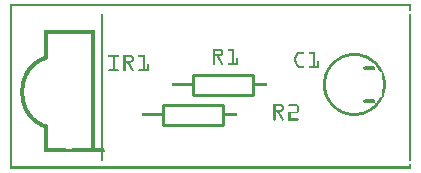
<source format=gto>
G04 MADE WITH FRITZING*
G04 WWW.FRITZING.ORG*
G04 DOUBLE SIDED*
G04 HOLES PLATED*
G04 CONTOUR ON CENTER OF CONTOUR VECTOR*
%ASAXBY*%
%FSLAX23Y23*%
%MOIN*%
%OFA0B0*%
%SFA1.0B1.0*%
%ADD10C,0.010000*%
%ADD11R,0.001000X0.001000*%
%LNSILK1*%
G90*
G70*
G54D10*
X608Y314D02*
X808Y314D01*
D02*
X808Y314D02*
X808Y248D01*
D02*
X808Y248D02*
X608Y248D01*
D02*
X608Y248D02*
X608Y314D01*
D02*
X508Y214D02*
X708Y214D01*
D02*
X708Y214D02*
X708Y148D01*
D02*
X708Y148D02*
X508Y148D01*
D02*
X508Y148D02*
X508Y214D01*
G54D11*
X0Y551D02*
X1337Y551D01*
X0Y550D02*
X1337Y550D01*
X0Y549D02*
X1337Y549D01*
X0Y548D02*
X1337Y548D01*
X0Y547D02*
X1337Y547D01*
X0Y546D02*
X1337Y546D01*
X0Y545D02*
X1337Y545D01*
X0Y544D02*
X1337Y544D01*
X0Y543D02*
X7Y543D01*
X1330Y543D02*
X1337Y543D01*
X0Y542D02*
X7Y542D01*
X1330Y542D02*
X1337Y542D01*
X0Y541D02*
X7Y541D01*
X1330Y541D02*
X1337Y541D01*
X0Y540D02*
X7Y540D01*
X1330Y540D02*
X1337Y540D01*
X0Y539D02*
X7Y539D01*
X1330Y539D02*
X1337Y539D01*
X0Y538D02*
X7Y538D01*
X1330Y538D02*
X1337Y538D01*
X0Y537D02*
X7Y537D01*
X1330Y537D02*
X1337Y537D01*
X0Y536D02*
X7Y536D01*
X1330Y536D02*
X1337Y536D01*
X0Y535D02*
X7Y535D01*
X1330Y535D02*
X1337Y535D01*
X0Y534D02*
X7Y534D01*
X1330Y534D02*
X1337Y534D01*
X0Y533D02*
X7Y533D01*
X1330Y533D02*
X1337Y533D01*
X0Y532D02*
X7Y532D01*
X1330Y532D02*
X1337Y532D01*
X0Y531D02*
X7Y531D01*
X1330Y531D02*
X1337Y531D01*
X0Y530D02*
X7Y530D01*
X1330Y530D02*
X1337Y530D01*
X0Y529D02*
X7Y529D01*
X1330Y529D02*
X1337Y529D01*
X0Y528D02*
X7Y528D01*
X1330Y528D02*
X1337Y528D01*
X0Y527D02*
X7Y527D01*
X1330Y527D02*
X1337Y527D01*
X0Y526D02*
X7Y526D01*
X1330Y526D02*
X1337Y526D01*
X0Y525D02*
X7Y525D01*
X0Y524D02*
X7Y524D01*
X0Y523D02*
X7Y523D01*
X0Y522D02*
X7Y522D01*
X0Y521D02*
X7Y521D01*
X0Y520D02*
X7Y520D01*
X0Y519D02*
X7Y519D01*
X0Y518D02*
X7Y518D01*
X0Y517D02*
X7Y517D01*
X302Y517D02*
X309Y517D01*
X1330Y517D02*
X1337Y517D01*
X0Y516D02*
X7Y516D01*
X302Y516D02*
X309Y516D01*
X1330Y516D02*
X1337Y516D01*
X0Y515D02*
X7Y515D01*
X302Y515D02*
X309Y515D01*
X1330Y515D02*
X1337Y515D01*
X0Y514D02*
X7Y514D01*
X302Y514D02*
X309Y514D01*
X1330Y514D02*
X1337Y514D01*
X0Y513D02*
X7Y513D01*
X302Y513D02*
X309Y513D01*
X1330Y513D02*
X1337Y513D01*
X0Y512D02*
X7Y512D01*
X302Y512D02*
X309Y512D01*
X1330Y512D02*
X1337Y512D01*
X0Y511D02*
X7Y511D01*
X302Y511D02*
X309Y511D01*
X1330Y511D02*
X1337Y511D01*
X0Y510D02*
X7Y510D01*
X302Y510D02*
X309Y510D01*
X1330Y510D02*
X1337Y510D01*
X0Y509D02*
X7Y509D01*
X302Y509D02*
X309Y509D01*
X1330Y509D02*
X1337Y509D01*
X0Y508D02*
X7Y508D01*
X302Y508D02*
X309Y508D01*
X1330Y508D02*
X1337Y508D01*
X0Y507D02*
X7Y507D01*
X302Y507D02*
X309Y507D01*
X1330Y507D02*
X1337Y507D01*
X0Y506D02*
X7Y506D01*
X302Y506D02*
X309Y506D01*
X1330Y506D02*
X1337Y506D01*
X0Y505D02*
X7Y505D01*
X302Y505D02*
X309Y505D01*
X1330Y505D02*
X1337Y505D01*
X0Y504D02*
X7Y504D01*
X302Y504D02*
X309Y504D01*
X1330Y504D02*
X1337Y504D01*
X0Y503D02*
X7Y503D01*
X302Y503D02*
X309Y503D01*
X1330Y503D02*
X1337Y503D01*
X0Y502D02*
X7Y502D01*
X302Y502D02*
X309Y502D01*
X1330Y502D02*
X1337Y502D01*
X0Y501D02*
X7Y501D01*
X302Y501D02*
X309Y501D01*
X1330Y501D02*
X1337Y501D01*
X0Y500D02*
X7Y500D01*
X302Y500D02*
X309Y500D01*
X1330Y500D02*
X1337Y500D01*
X0Y499D02*
X7Y499D01*
X302Y499D02*
X309Y499D01*
X1330Y499D02*
X1337Y499D01*
X0Y498D02*
X7Y498D01*
X302Y498D02*
X309Y498D01*
X1330Y498D02*
X1337Y498D01*
X0Y497D02*
X7Y497D01*
X302Y497D02*
X309Y497D01*
X1330Y497D02*
X1337Y497D01*
X0Y496D02*
X7Y496D01*
X302Y496D02*
X309Y496D01*
X1330Y496D02*
X1337Y496D01*
X0Y495D02*
X7Y495D01*
X302Y495D02*
X309Y495D01*
X1330Y495D02*
X1337Y495D01*
X0Y494D02*
X7Y494D01*
X302Y494D02*
X309Y494D01*
X1330Y494D02*
X1337Y494D01*
X0Y493D02*
X7Y493D01*
X302Y493D02*
X309Y493D01*
X1330Y493D02*
X1337Y493D01*
X0Y492D02*
X7Y492D01*
X302Y492D02*
X309Y492D01*
X1330Y492D02*
X1337Y492D01*
X0Y491D02*
X7Y491D01*
X302Y491D02*
X309Y491D01*
X1330Y491D02*
X1337Y491D01*
X0Y490D02*
X7Y490D01*
X302Y490D02*
X309Y490D01*
X1330Y490D02*
X1337Y490D01*
X0Y489D02*
X7Y489D01*
X302Y489D02*
X309Y489D01*
X1330Y489D02*
X1337Y489D01*
X0Y488D02*
X7Y488D01*
X302Y488D02*
X309Y488D01*
X1330Y488D02*
X1337Y488D01*
X0Y487D02*
X7Y487D01*
X302Y487D02*
X309Y487D01*
X1330Y487D02*
X1337Y487D01*
X0Y486D02*
X7Y486D01*
X302Y486D02*
X309Y486D01*
X1330Y486D02*
X1337Y486D01*
X0Y485D02*
X7Y485D01*
X302Y485D02*
X309Y485D01*
X1330Y485D02*
X1337Y485D01*
X0Y484D02*
X7Y484D01*
X302Y484D02*
X309Y484D01*
X1330Y484D02*
X1337Y484D01*
X0Y483D02*
X7Y483D01*
X302Y483D02*
X309Y483D01*
X1330Y483D02*
X1337Y483D01*
X0Y482D02*
X7Y482D01*
X302Y482D02*
X309Y482D01*
X1330Y482D02*
X1337Y482D01*
X0Y481D02*
X7Y481D01*
X302Y481D02*
X309Y481D01*
X1330Y481D02*
X1337Y481D01*
X0Y480D02*
X7Y480D01*
X302Y480D02*
X309Y480D01*
X1330Y480D02*
X1337Y480D01*
X0Y479D02*
X7Y479D01*
X302Y479D02*
X309Y479D01*
X1330Y479D02*
X1337Y479D01*
X0Y478D02*
X7Y478D01*
X302Y478D02*
X309Y478D01*
X1330Y478D02*
X1337Y478D01*
X0Y477D02*
X7Y477D01*
X302Y477D02*
X309Y477D01*
X1330Y477D02*
X1337Y477D01*
X0Y476D02*
X7Y476D01*
X302Y476D02*
X309Y476D01*
X1330Y476D02*
X1337Y476D01*
X0Y475D02*
X7Y475D01*
X302Y475D02*
X309Y475D01*
X1330Y475D02*
X1337Y475D01*
X0Y474D02*
X7Y474D01*
X302Y474D02*
X309Y474D01*
X1330Y474D02*
X1337Y474D01*
X0Y473D02*
X7Y473D01*
X302Y473D02*
X309Y473D01*
X1330Y473D02*
X1337Y473D01*
X0Y472D02*
X7Y472D01*
X302Y472D02*
X309Y472D01*
X1330Y472D02*
X1337Y472D01*
X0Y471D02*
X7Y471D01*
X302Y471D02*
X309Y471D01*
X1330Y471D02*
X1337Y471D01*
X0Y470D02*
X7Y470D01*
X302Y470D02*
X309Y470D01*
X1330Y470D02*
X1337Y470D01*
X0Y469D02*
X7Y469D01*
X302Y469D02*
X309Y469D01*
X1330Y469D02*
X1337Y469D01*
X0Y468D02*
X7Y468D01*
X302Y468D02*
X309Y468D01*
X1330Y468D02*
X1337Y468D01*
X0Y467D02*
X7Y467D01*
X302Y467D02*
X309Y467D01*
X1330Y467D02*
X1337Y467D01*
X0Y466D02*
X7Y466D01*
X302Y466D02*
X309Y466D01*
X1330Y466D02*
X1337Y466D01*
X0Y465D02*
X7Y465D01*
X302Y465D02*
X309Y465D01*
X1330Y465D02*
X1337Y465D01*
X0Y464D02*
X7Y464D01*
X302Y464D02*
X309Y464D01*
X1330Y464D02*
X1337Y464D01*
X0Y463D02*
X7Y463D01*
X112Y463D02*
X283Y463D01*
X302Y463D02*
X309Y463D01*
X1330Y463D02*
X1337Y463D01*
X0Y462D02*
X7Y462D01*
X112Y462D02*
X283Y462D01*
X302Y462D02*
X309Y462D01*
X1330Y462D02*
X1337Y462D01*
X0Y461D02*
X7Y461D01*
X112Y461D02*
X283Y461D01*
X302Y461D02*
X309Y461D01*
X1330Y461D02*
X1337Y461D01*
X0Y460D02*
X7Y460D01*
X112Y460D02*
X283Y460D01*
X302Y460D02*
X309Y460D01*
X1330Y460D02*
X1337Y460D01*
X0Y459D02*
X7Y459D01*
X112Y459D02*
X283Y459D01*
X302Y459D02*
X309Y459D01*
X1330Y459D02*
X1337Y459D01*
X0Y458D02*
X7Y458D01*
X112Y458D02*
X283Y458D01*
X302Y458D02*
X309Y458D01*
X1330Y458D02*
X1337Y458D01*
X0Y457D02*
X7Y457D01*
X112Y457D02*
X283Y457D01*
X302Y457D02*
X309Y457D01*
X1330Y457D02*
X1337Y457D01*
X0Y456D02*
X7Y456D01*
X112Y456D02*
X283Y456D01*
X302Y456D02*
X309Y456D01*
X1330Y456D02*
X1337Y456D01*
X0Y455D02*
X7Y455D01*
X112Y455D02*
X283Y455D01*
X302Y455D02*
X309Y455D01*
X1330Y455D02*
X1337Y455D01*
X0Y454D02*
X7Y454D01*
X112Y454D02*
X283Y454D01*
X302Y454D02*
X309Y454D01*
X1330Y454D02*
X1337Y454D01*
X0Y453D02*
X7Y453D01*
X112Y453D02*
X283Y453D01*
X302Y453D02*
X309Y453D01*
X1330Y453D02*
X1337Y453D01*
X0Y452D02*
X7Y452D01*
X112Y452D02*
X283Y452D01*
X302Y452D02*
X309Y452D01*
X1330Y452D02*
X1337Y452D01*
X0Y451D02*
X7Y451D01*
X112Y451D02*
X283Y451D01*
X302Y451D02*
X309Y451D01*
X1330Y451D02*
X1337Y451D01*
X0Y450D02*
X7Y450D01*
X112Y450D02*
X193Y450D01*
X202Y450D02*
X283Y450D01*
X302Y450D02*
X309Y450D01*
X1330Y450D02*
X1337Y450D01*
X0Y449D02*
X7Y449D01*
X112Y449D02*
X125Y449D01*
X270Y449D02*
X283Y449D01*
X302Y449D02*
X309Y449D01*
X1330Y449D02*
X1337Y449D01*
X0Y448D02*
X7Y448D01*
X112Y448D02*
X125Y448D01*
X270Y448D02*
X283Y448D01*
X302Y448D02*
X309Y448D01*
X1330Y448D02*
X1337Y448D01*
X0Y447D02*
X7Y447D01*
X112Y447D02*
X125Y447D01*
X270Y447D02*
X283Y447D01*
X302Y447D02*
X309Y447D01*
X1330Y447D02*
X1337Y447D01*
X0Y446D02*
X7Y446D01*
X112Y446D02*
X125Y446D01*
X270Y446D02*
X283Y446D01*
X302Y446D02*
X309Y446D01*
X1330Y446D02*
X1337Y446D01*
X0Y445D02*
X7Y445D01*
X112Y445D02*
X125Y445D01*
X270Y445D02*
X283Y445D01*
X302Y445D02*
X309Y445D01*
X1330Y445D02*
X1337Y445D01*
X0Y444D02*
X7Y444D01*
X112Y444D02*
X125Y444D01*
X270Y444D02*
X283Y444D01*
X302Y444D02*
X309Y444D01*
X1330Y444D02*
X1337Y444D01*
X0Y443D02*
X7Y443D01*
X112Y443D02*
X125Y443D01*
X270Y443D02*
X283Y443D01*
X302Y443D02*
X309Y443D01*
X1330Y443D02*
X1337Y443D01*
X0Y442D02*
X7Y442D01*
X112Y442D02*
X125Y442D01*
X270Y442D02*
X283Y442D01*
X302Y442D02*
X309Y442D01*
X1330Y442D02*
X1337Y442D01*
X0Y441D02*
X7Y441D01*
X112Y441D02*
X125Y441D01*
X270Y441D02*
X283Y441D01*
X302Y441D02*
X309Y441D01*
X1330Y441D02*
X1337Y441D01*
X0Y440D02*
X7Y440D01*
X112Y440D02*
X125Y440D01*
X270Y440D02*
X283Y440D01*
X302Y440D02*
X309Y440D01*
X1330Y440D02*
X1337Y440D01*
X0Y439D02*
X7Y439D01*
X112Y439D02*
X125Y439D01*
X270Y439D02*
X283Y439D01*
X302Y439D02*
X309Y439D01*
X1330Y439D02*
X1337Y439D01*
X0Y438D02*
X7Y438D01*
X112Y438D02*
X125Y438D01*
X270Y438D02*
X283Y438D01*
X302Y438D02*
X309Y438D01*
X1330Y438D02*
X1337Y438D01*
X0Y437D02*
X7Y437D01*
X112Y437D02*
X125Y437D01*
X270Y437D02*
X283Y437D01*
X302Y437D02*
X309Y437D01*
X1330Y437D02*
X1337Y437D01*
X0Y436D02*
X7Y436D01*
X112Y436D02*
X125Y436D01*
X270Y436D02*
X283Y436D01*
X302Y436D02*
X309Y436D01*
X1330Y436D02*
X1337Y436D01*
X0Y435D02*
X7Y435D01*
X112Y435D02*
X125Y435D01*
X270Y435D02*
X283Y435D01*
X302Y435D02*
X309Y435D01*
X1330Y435D02*
X1337Y435D01*
X0Y434D02*
X7Y434D01*
X112Y434D02*
X125Y434D01*
X270Y434D02*
X283Y434D01*
X302Y434D02*
X309Y434D01*
X1330Y434D02*
X1337Y434D01*
X0Y433D02*
X7Y433D01*
X112Y433D02*
X125Y433D01*
X270Y433D02*
X283Y433D01*
X302Y433D02*
X309Y433D01*
X1330Y433D02*
X1337Y433D01*
X0Y432D02*
X7Y432D01*
X112Y432D02*
X125Y432D01*
X270Y432D02*
X283Y432D01*
X302Y432D02*
X309Y432D01*
X1330Y432D02*
X1337Y432D01*
X0Y431D02*
X7Y431D01*
X112Y431D02*
X125Y431D01*
X270Y431D02*
X283Y431D01*
X302Y431D02*
X309Y431D01*
X1330Y431D02*
X1337Y431D01*
X0Y430D02*
X7Y430D01*
X112Y430D02*
X125Y430D01*
X270Y430D02*
X283Y430D01*
X302Y430D02*
X309Y430D01*
X1330Y430D02*
X1337Y430D01*
X0Y429D02*
X7Y429D01*
X112Y429D02*
X125Y429D01*
X270Y429D02*
X283Y429D01*
X302Y429D02*
X309Y429D01*
X1330Y429D02*
X1337Y429D01*
X0Y428D02*
X7Y428D01*
X112Y428D02*
X125Y428D01*
X270Y428D02*
X283Y428D01*
X302Y428D02*
X309Y428D01*
X1330Y428D02*
X1337Y428D01*
X0Y427D02*
X7Y427D01*
X112Y427D02*
X125Y427D01*
X270Y427D02*
X283Y427D01*
X302Y427D02*
X309Y427D01*
X1330Y427D02*
X1337Y427D01*
X0Y426D02*
X7Y426D01*
X112Y426D02*
X125Y426D01*
X270Y426D02*
X283Y426D01*
X302Y426D02*
X309Y426D01*
X1330Y426D02*
X1337Y426D01*
X0Y425D02*
X7Y425D01*
X112Y425D02*
X125Y425D01*
X270Y425D02*
X283Y425D01*
X302Y425D02*
X309Y425D01*
X1330Y425D02*
X1337Y425D01*
X0Y424D02*
X7Y424D01*
X112Y424D02*
X125Y424D01*
X270Y424D02*
X283Y424D01*
X302Y424D02*
X309Y424D01*
X1330Y424D02*
X1337Y424D01*
X0Y423D02*
X7Y423D01*
X112Y423D02*
X125Y423D01*
X270Y423D02*
X283Y423D01*
X302Y423D02*
X309Y423D01*
X1330Y423D02*
X1337Y423D01*
X0Y422D02*
X7Y422D01*
X112Y422D02*
X125Y422D01*
X270Y422D02*
X283Y422D01*
X302Y422D02*
X309Y422D01*
X1330Y422D02*
X1337Y422D01*
X0Y421D02*
X7Y421D01*
X112Y421D02*
X125Y421D01*
X270Y421D02*
X283Y421D01*
X302Y421D02*
X309Y421D01*
X1330Y421D02*
X1337Y421D01*
X0Y420D02*
X7Y420D01*
X112Y420D02*
X125Y420D01*
X270Y420D02*
X283Y420D01*
X302Y420D02*
X309Y420D01*
X1330Y420D02*
X1337Y420D01*
X0Y419D02*
X7Y419D01*
X112Y419D02*
X125Y419D01*
X270Y419D02*
X283Y419D01*
X302Y419D02*
X309Y419D01*
X1330Y419D02*
X1337Y419D01*
X0Y418D02*
X7Y418D01*
X112Y418D02*
X125Y418D01*
X270Y418D02*
X283Y418D01*
X302Y418D02*
X309Y418D01*
X1330Y418D02*
X1337Y418D01*
X0Y417D02*
X7Y417D01*
X112Y417D02*
X125Y417D01*
X270Y417D02*
X283Y417D01*
X302Y417D02*
X309Y417D01*
X1330Y417D02*
X1337Y417D01*
X0Y416D02*
X7Y416D01*
X112Y416D02*
X125Y416D01*
X270Y416D02*
X283Y416D01*
X302Y416D02*
X309Y416D01*
X1330Y416D02*
X1337Y416D01*
X0Y415D02*
X7Y415D01*
X112Y415D02*
X125Y415D01*
X270Y415D02*
X283Y415D01*
X302Y415D02*
X309Y415D01*
X1330Y415D02*
X1337Y415D01*
X0Y414D02*
X7Y414D01*
X112Y414D02*
X125Y414D01*
X270Y414D02*
X283Y414D01*
X302Y414D02*
X309Y414D01*
X1330Y414D02*
X1337Y414D01*
X0Y413D02*
X7Y413D01*
X112Y413D02*
X125Y413D01*
X270Y413D02*
X283Y413D01*
X302Y413D02*
X309Y413D01*
X1330Y413D02*
X1337Y413D01*
X0Y412D02*
X7Y412D01*
X112Y412D02*
X125Y412D01*
X270Y412D02*
X283Y412D01*
X302Y412D02*
X309Y412D01*
X1330Y412D02*
X1337Y412D01*
X0Y411D02*
X7Y411D01*
X112Y411D02*
X125Y411D01*
X270Y411D02*
X283Y411D01*
X302Y411D02*
X309Y411D01*
X1330Y411D02*
X1337Y411D01*
X0Y410D02*
X7Y410D01*
X112Y410D02*
X125Y410D01*
X270Y410D02*
X283Y410D01*
X302Y410D02*
X309Y410D01*
X1330Y410D02*
X1337Y410D01*
X0Y409D02*
X7Y409D01*
X112Y409D02*
X125Y409D01*
X270Y409D02*
X283Y409D01*
X302Y409D02*
X309Y409D01*
X1330Y409D02*
X1337Y409D01*
X0Y408D02*
X7Y408D01*
X112Y408D02*
X125Y408D01*
X270Y408D02*
X283Y408D01*
X302Y408D02*
X309Y408D01*
X1330Y408D02*
X1337Y408D01*
X0Y407D02*
X7Y407D01*
X112Y407D02*
X125Y407D01*
X270Y407D02*
X283Y407D01*
X302Y407D02*
X309Y407D01*
X1330Y407D02*
X1337Y407D01*
X0Y406D02*
X7Y406D01*
X112Y406D02*
X125Y406D01*
X270Y406D02*
X283Y406D01*
X302Y406D02*
X309Y406D01*
X1330Y406D02*
X1337Y406D01*
X0Y405D02*
X7Y405D01*
X112Y405D02*
X125Y405D01*
X270Y405D02*
X283Y405D01*
X302Y405D02*
X309Y405D01*
X1330Y405D02*
X1337Y405D01*
X0Y404D02*
X7Y404D01*
X112Y404D02*
X125Y404D01*
X270Y404D02*
X283Y404D01*
X302Y404D02*
X309Y404D01*
X1330Y404D02*
X1337Y404D01*
X0Y403D02*
X7Y403D01*
X112Y403D02*
X125Y403D01*
X270Y403D02*
X283Y403D01*
X302Y403D02*
X309Y403D01*
X1330Y403D02*
X1337Y403D01*
X0Y402D02*
X7Y402D01*
X112Y402D02*
X125Y402D01*
X270Y402D02*
X283Y402D01*
X302Y402D02*
X309Y402D01*
X1330Y402D02*
X1337Y402D01*
X0Y401D02*
X7Y401D01*
X112Y401D02*
X125Y401D01*
X270Y401D02*
X283Y401D01*
X302Y401D02*
X309Y401D01*
X1330Y401D02*
X1337Y401D01*
X0Y400D02*
X7Y400D01*
X112Y400D02*
X125Y400D01*
X270Y400D02*
X283Y400D01*
X302Y400D02*
X309Y400D01*
X676Y400D02*
X703Y400D01*
X728Y400D02*
X746Y400D01*
X1330Y400D02*
X1337Y400D01*
X0Y399D02*
X7Y399D01*
X112Y399D02*
X125Y399D01*
X270Y399D02*
X283Y399D01*
X302Y399D02*
X309Y399D01*
X676Y399D02*
X705Y399D01*
X727Y399D02*
X746Y399D01*
X1330Y399D02*
X1337Y399D01*
X0Y398D02*
X7Y398D01*
X112Y398D02*
X125Y398D01*
X270Y398D02*
X283Y398D01*
X302Y398D02*
X309Y398D01*
X676Y398D02*
X706Y398D01*
X726Y398D02*
X746Y398D01*
X1330Y398D02*
X1337Y398D01*
X0Y397D02*
X7Y397D01*
X112Y397D02*
X125Y397D01*
X270Y397D02*
X283Y397D01*
X302Y397D02*
X309Y397D01*
X676Y397D02*
X707Y397D01*
X726Y397D02*
X746Y397D01*
X1330Y397D02*
X1337Y397D01*
X0Y396D02*
X7Y396D01*
X112Y396D02*
X125Y396D01*
X270Y396D02*
X283Y396D01*
X302Y396D02*
X309Y396D01*
X676Y396D02*
X708Y396D01*
X727Y396D02*
X746Y396D01*
X1330Y396D02*
X1337Y396D01*
X0Y395D02*
X7Y395D01*
X112Y395D02*
X125Y395D01*
X270Y395D02*
X283Y395D01*
X302Y395D02*
X309Y395D01*
X676Y395D02*
X709Y395D01*
X727Y395D02*
X746Y395D01*
X1330Y395D02*
X1337Y395D01*
X0Y394D02*
X7Y394D01*
X112Y394D02*
X125Y394D01*
X270Y394D02*
X283Y394D01*
X302Y394D02*
X309Y394D01*
X676Y394D02*
X709Y394D01*
X728Y394D02*
X746Y394D01*
X1330Y394D02*
X1337Y394D01*
X0Y393D02*
X7Y393D01*
X112Y393D02*
X125Y393D01*
X270Y393D02*
X283Y393D01*
X302Y393D02*
X309Y393D01*
X676Y393D02*
X682Y393D01*
X702Y393D02*
X709Y393D01*
X740Y393D02*
X746Y393D01*
X1330Y393D02*
X1337Y393D01*
X0Y392D02*
X7Y392D01*
X112Y392D02*
X125Y392D01*
X270Y392D02*
X283Y392D01*
X302Y392D02*
X309Y392D01*
X676Y392D02*
X682Y392D01*
X703Y392D02*
X710Y392D01*
X740Y392D02*
X746Y392D01*
X1330Y392D02*
X1337Y392D01*
X0Y391D02*
X7Y391D01*
X112Y391D02*
X125Y391D01*
X270Y391D02*
X283Y391D01*
X302Y391D02*
X309Y391D01*
X676Y391D02*
X682Y391D01*
X704Y391D02*
X710Y391D01*
X740Y391D02*
X746Y391D01*
X961Y391D02*
X978Y391D01*
X998Y391D02*
X1016Y391D01*
X1330Y391D02*
X1337Y391D01*
X0Y390D02*
X7Y390D01*
X112Y390D02*
X125Y390D01*
X270Y390D02*
X283Y390D01*
X302Y390D02*
X309Y390D01*
X676Y390D02*
X682Y390D01*
X704Y390D02*
X710Y390D01*
X740Y390D02*
X746Y390D01*
X959Y390D02*
X979Y390D01*
X997Y390D02*
X1016Y390D01*
X1330Y390D02*
X1337Y390D01*
X0Y389D02*
X7Y389D01*
X112Y389D02*
X125Y389D01*
X270Y389D02*
X283Y389D01*
X302Y389D02*
X309Y389D01*
X676Y389D02*
X682Y389D01*
X704Y389D02*
X710Y389D01*
X740Y389D02*
X746Y389D01*
X957Y389D02*
X979Y389D01*
X996Y389D02*
X1016Y389D01*
X1330Y389D02*
X1337Y389D01*
X0Y388D02*
X7Y388D01*
X112Y388D02*
X125Y388D01*
X270Y388D02*
X283Y388D01*
X302Y388D02*
X309Y388D01*
X676Y388D02*
X682Y388D01*
X704Y388D02*
X710Y388D01*
X740Y388D02*
X746Y388D01*
X956Y388D02*
X980Y388D01*
X996Y388D02*
X1016Y388D01*
X1330Y388D02*
X1337Y388D01*
X0Y387D02*
X7Y387D01*
X112Y387D02*
X125Y387D01*
X270Y387D02*
X283Y387D01*
X302Y387D02*
X309Y387D01*
X676Y387D02*
X682Y387D01*
X704Y387D02*
X710Y387D01*
X740Y387D02*
X746Y387D01*
X956Y387D02*
X979Y387D01*
X996Y387D02*
X1016Y387D01*
X1330Y387D02*
X1337Y387D01*
X0Y386D02*
X7Y386D01*
X112Y386D02*
X125Y386D01*
X270Y386D02*
X283Y386D01*
X302Y386D02*
X309Y386D01*
X676Y386D02*
X682Y386D01*
X704Y386D02*
X710Y386D01*
X740Y386D02*
X746Y386D01*
X955Y386D02*
X979Y386D01*
X997Y386D02*
X1016Y386D01*
X1137Y386D02*
X1157Y386D01*
X1330Y386D02*
X1337Y386D01*
X0Y385D02*
X7Y385D01*
X112Y385D02*
X125Y385D01*
X270Y385D02*
X283Y385D01*
X302Y385D02*
X309Y385D01*
X676Y385D02*
X682Y385D01*
X704Y385D02*
X710Y385D01*
X740Y385D02*
X746Y385D01*
X954Y385D02*
X978Y385D01*
X998Y385D02*
X1016Y385D01*
X1130Y385D02*
X1164Y385D01*
X1330Y385D02*
X1337Y385D01*
X0Y384D02*
X7Y384D01*
X112Y384D02*
X125Y384D01*
X270Y384D02*
X283Y384D01*
X302Y384D02*
X309Y384D01*
X676Y384D02*
X682Y384D01*
X703Y384D02*
X710Y384D01*
X740Y384D02*
X746Y384D01*
X954Y384D02*
X961Y384D01*
X1010Y384D02*
X1016Y384D01*
X1125Y384D02*
X1169Y384D01*
X1330Y384D02*
X1337Y384D01*
X0Y383D02*
X7Y383D01*
X112Y383D02*
X125Y383D01*
X270Y383D02*
X283Y383D01*
X302Y383D02*
X309Y383D01*
X676Y383D02*
X683Y383D01*
X701Y383D02*
X709Y383D01*
X740Y383D02*
X746Y383D01*
X953Y383D02*
X960Y383D01*
X1010Y383D02*
X1016Y383D01*
X1121Y383D02*
X1173Y383D01*
X1330Y383D02*
X1337Y383D01*
X0Y382D02*
X7Y382D01*
X112Y382D02*
X125Y382D01*
X270Y382D02*
X283Y382D01*
X302Y382D02*
X309Y382D01*
X676Y382D02*
X709Y382D01*
X740Y382D02*
X746Y382D01*
X953Y382D02*
X960Y382D01*
X1010Y382D02*
X1016Y382D01*
X1117Y382D02*
X1177Y382D01*
X1330Y382D02*
X1337Y382D01*
X0Y381D02*
X7Y381D01*
X112Y381D02*
X125Y381D01*
X270Y381D02*
X283Y381D01*
X302Y381D02*
X309Y381D01*
X676Y381D02*
X708Y381D01*
X740Y381D02*
X746Y381D01*
X952Y381D02*
X959Y381D01*
X1010Y381D02*
X1016Y381D01*
X1114Y381D02*
X1180Y381D01*
X1330Y381D02*
X1337Y381D01*
X0Y380D02*
X7Y380D01*
X112Y380D02*
X125Y380D01*
X270Y380D02*
X283Y380D01*
X302Y380D02*
X309Y380D01*
X676Y380D02*
X708Y380D01*
X740Y380D02*
X746Y380D01*
X952Y380D02*
X959Y380D01*
X1010Y380D02*
X1016Y380D01*
X1111Y380D02*
X1183Y380D01*
X1330Y380D02*
X1337Y380D01*
X0Y379D02*
X7Y379D01*
X112Y379D02*
X125Y379D01*
X270Y379D02*
X283Y379D01*
X302Y379D02*
X309Y379D01*
X330Y379D02*
X360Y379D01*
X378Y379D02*
X404Y379D01*
X430Y379D02*
X448Y379D01*
X676Y379D02*
X707Y379D01*
X740Y379D02*
X746Y379D01*
X951Y379D02*
X958Y379D01*
X1010Y379D02*
X1016Y379D01*
X1109Y379D02*
X1185Y379D01*
X1330Y379D02*
X1337Y379D01*
X0Y378D02*
X7Y378D01*
X112Y378D02*
X125Y378D01*
X270Y378D02*
X283Y378D01*
X302Y378D02*
X309Y378D01*
X328Y378D02*
X361Y378D01*
X378Y378D02*
X406Y378D01*
X428Y378D02*
X448Y378D01*
X676Y378D02*
X706Y378D01*
X740Y378D02*
X746Y378D01*
X951Y378D02*
X958Y378D01*
X1010Y378D02*
X1016Y378D01*
X1107Y378D02*
X1188Y378D01*
X1330Y378D02*
X1337Y378D01*
X0Y377D02*
X7Y377D01*
X112Y377D02*
X125Y377D01*
X270Y377D02*
X283Y377D01*
X302Y377D02*
X309Y377D01*
X328Y377D02*
X361Y377D01*
X378Y377D02*
X408Y377D01*
X428Y377D02*
X448Y377D01*
X676Y377D02*
X704Y377D01*
X740Y377D02*
X746Y377D01*
X950Y377D02*
X957Y377D01*
X1010Y377D02*
X1016Y377D01*
X1104Y377D02*
X1190Y377D01*
X1330Y377D02*
X1337Y377D01*
X0Y376D02*
X7Y376D01*
X112Y376D02*
X125Y376D01*
X270Y376D02*
X283Y376D01*
X302Y376D02*
X309Y376D01*
X328Y376D02*
X361Y376D01*
X378Y376D02*
X409Y376D01*
X428Y376D02*
X448Y376D01*
X676Y376D02*
X701Y376D01*
X740Y376D02*
X746Y376D01*
X950Y376D02*
X957Y376D01*
X1010Y376D02*
X1016Y376D01*
X1102Y376D02*
X1136Y376D01*
X1158Y376D02*
X1192Y376D01*
X1330Y376D02*
X1337Y376D01*
X0Y375D02*
X7Y375D01*
X110Y375D02*
X125Y375D01*
X270Y375D02*
X283Y375D01*
X302Y375D02*
X309Y375D01*
X328Y375D02*
X361Y375D01*
X378Y375D02*
X409Y375D01*
X428Y375D02*
X448Y375D01*
X676Y375D02*
X682Y375D01*
X689Y375D02*
X696Y375D01*
X740Y375D02*
X746Y375D01*
X949Y375D02*
X956Y375D01*
X1010Y375D02*
X1016Y375D01*
X1100Y375D02*
X1129Y375D01*
X1165Y375D02*
X1194Y375D01*
X1330Y375D02*
X1337Y375D01*
X0Y374D02*
X7Y374D01*
X108Y374D02*
X125Y374D01*
X270Y374D02*
X283Y374D01*
X302Y374D02*
X309Y374D01*
X329Y374D02*
X361Y374D01*
X378Y374D02*
X410Y374D01*
X429Y374D02*
X448Y374D01*
X676Y374D02*
X682Y374D01*
X689Y374D02*
X696Y374D01*
X740Y374D02*
X746Y374D01*
X949Y374D02*
X956Y374D01*
X1010Y374D02*
X1016Y374D01*
X1098Y374D02*
X1124Y374D01*
X1170Y374D02*
X1196Y374D01*
X1330Y374D02*
X1337Y374D01*
X0Y373D02*
X7Y373D01*
X105Y373D02*
X125Y373D01*
X270Y373D02*
X283Y373D01*
X302Y373D02*
X309Y373D01*
X330Y373D02*
X360Y373D01*
X378Y373D02*
X411Y373D01*
X430Y373D02*
X448Y373D01*
X676Y373D02*
X682Y373D01*
X690Y373D02*
X697Y373D01*
X740Y373D02*
X746Y373D01*
X948Y373D02*
X955Y373D01*
X1010Y373D02*
X1016Y373D01*
X1097Y373D02*
X1120Y373D01*
X1174Y373D02*
X1197Y373D01*
X1330Y373D02*
X1337Y373D01*
X0Y372D02*
X7Y372D01*
X103Y372D02*
X125Y372D01*
X270Y372D02*
X283Y372D01*
X302Y372D02*
X309Y372D01*
X342Y372D02*
X348Y372D01*
X378Y372D02*
X384Y372D01*
X404Y372D02*
X411Y372D01*
X442Y372D02*
X448Y372D01*
X676Y372D02*
X682Y372D01*
X690Y372D02*
X698Y372D01*
X740Y372D02*
X746Y372D01*
X948Y372D02*
X955Y372D01*
X1010Y372D02*
X1016Y372D01*
X1095Y372D02*
X1117Y372D01*
X1177Y372D02*
X1199Y372D01*
X1330Y372D02*
X1337Y372D01*
X0Y371D02*
X7Y371D01*
X101Y371D02*
X125Y371D01*
X270Y371D02*
X283Y371D01*
X302Y371D02*
X309Y371D01*
X342Y371D02*
X348Y371D01*
X378Y371D02*
X384Y371D01*
X405Y371D02*
X411Y371D01*
X442Y371D02*
X448Y371D01*
X676Y371D02*
X682Y371D01*
X691Y371D02*
X698Y371D01*
X740Y371D02*
X746Y371D01*
X757Y371D02*
X757Y371D01*
X947Y371D02*
X954Y371D01*
X1010Y371D02*
X1016Y371D01*
X1093Y371D02*
X1114Y371D01*
X1180Y371D02*
X1201Y371D01*
X1330Y371D02*
X1337Y371D01*
X0Y370D02*
X7Y370D01*
X99Y370D02*
X125Y370D01*
X270Y370D02*
X283Y370D01*
X302Y370D02*
X309Y370D01*
X342Y370D02*
X348Y370D01*
X378Y370D02*
X384Y370D01*
X405Y370D02*
X411Y370D01*
X442Y370D02*
X448Y370D01*
X676Y370D02*
X682Y370D01*
X692Y370D02*
X699Y370D01*
X740Y370D02*
X746Y370D01*
X755Y370D02*
X759Y370D01*
X947Y370D02*
X954Y370D01*
X1010Y370D02*
X1016Y370D01*
X1092Y370D02*
X1111Y370D01*
X1183Y370D02*
X1202Y370D01*
X1330Y370D02*
X1337Y370D01*
X0Y369D02*
X7Y369D01*
X97Y369D02*
X125Y369D01*
X270Y369D02*
X283Y369D01*
X302Y369D02*
X309Y369D01*
X342Y369D02*
X348Y369D01*
X378Y369D02*
X384Y369D01*
X405Y369D02*
X411Y369D01*
X442Y369D02*
X448Y369D01*
X676Y369D02*
X682Y369D01*
X692Y369D02*
X699Y369D01*
X740Y369D02*
X746Y369D01*
X754Y369D02*
X760Y369D01*
X947Y369D02*
X953Y369D01*
X1010Y369D02*
X1016Y369D01*
X1090Y369D02*
X1109Y369D01*
X1185Y369D02*
X1204Y369D01*
X1330Y369D02*
X1337Y369D01*
X0Y368D02*
X7Y368D01*
X95Y368D02*
X125Y368D01*
X270Y368D02*
X283Y368D01*
X302Y368D02*
X309Y368D01*
X342Y368D02*
X348Y368D01*
X378Y368D02*
X384Y368D01*
X405Y368D02*
X411Y368D01*
X442Y368D02*
X448Y368D01*
X676Y368D02*
X682Y368D01*
X693Y368D02*
X700Y368D01*
X740Y368D02*
X746Y368D01*
X754Y368D02*
X760Y368D01*
X946Y368D02*
X953Y368D01*
X1010Y368D02*
X1016Y368D01*
X1089Y368D02*
X1107Y368D01*
X1187Y368D02*
X1206Y368D01*
X1330Y368D02*
X1337Y368D01*
X0Y367D02*
X7Y367D01*
X94Y367D02*
X125Y367D01*
X270Y367D02*
X283Y367D01*
X302Y367D02*
X309Y367D01*
X342Y367D02*
X348Y367D01*
X378Y367D02*
X384Y367D01*
X405Y367D02*
X411Y367D01*
X442Y367D02*
X448Y367D01*
X676Y367D02*
X682Y367D01*
X693Y367D02*
X700Y367D01*
X740Y367D02*
X746Y367D01*
X754Y367D02*
X760Y367D01*
X946Y367D02*
X952Y367D01*
X1010Y367D02*
X1016Y367D01*
X1087Y367D02*
X1105Y367D01*
X1189Y367D02*
X1207Y367D01*
X1330Y367D02*
X1337Y367D01*
X0Y366D02*
X7Y366D01*
X92Y366D02*
X125Y366D01*
X270Y366D02*
X283Y366D01*
X302Y366D02*
X309Y366D01*
X342Y366D02*
X348Y366D01*
X378Y366D02*
X384Y366D01*
X405Y366D02*
X411Y366D01*
X442Y366D02*
X448Y366D01*
X676Y366D02*
X682Y366D01*
X694Y366D02*
X701Y366D01*
X740Y366D02*
X746Y366D01*
X754Y366D02*
X760Y366D01*
X946Y366D02*
X952Y366D01*
X1010Y366D02*
X1016Y366D01*
X1086Y366D02*
X1103Y366D01*
X1191Y366D02*
X1208Y366D01*
X1330Y366D02*
X1337Y366D01*
X0Y365D02*
X7Y365D01*
X90Y365D02*
X123Y365D01*
X270Y365D02*
X283Y365D01*
X302Y365D02*
X309Y365D01*
X342Y365D02*
X348Y365D01*
X378Y365D02*
X384Y365D01*
X405Y365D02*
X411Y365D01*
X442Y365D02*
X448Y365D01*
X676Y365D02*
X682Y365D01*
X694Y365D02*
X702Y365D01*
X740Y365D02*
X746Y365D01*
X754Y365D02*
X760Y365D01*
X946Y365D02*
X952Y365D01*
X1010Y365D02*
X1016Y365D01*
X1085Y365D02*
X1101Y365D01*
X1193Y365D02*
X1210Y365D01*
X1330Y365D02*
X1337Y365D01*
X0Y364D02*
X7Y364D01*
X89Y364D02*
X119Y364D01*
X270Y364D02*
X283Y364D01*
X302Y364D02*
X309Y364D01*
X342Y364D02*
X348Y364D01*
X378Y364D02*
X384Y364D01*
X405Y364D02*
X411Y364D01*
X442Y364D02*
X448Y364D01*
X676Y364D02*
X682Y364D01*
X695Y364D02*
X702Y364D01*
X740Y364D02*
X746Y364D01*
X754Y364D02*
X760Y364D01*
X946Y364D02*
X952Y364D01*
X1010Y364D02*
X1016Y364D01*
X1083Y364D02*
X1099Y364D01*
X1195Y364D02*
X1211Y364D01*
X1330Y364D02*
X1337Y364D01*
X0Y363D02*
X7Y363D01*
X87Y363D02*
X116Y363D01*
X270Y363D02*
X283Y363D01*
X302Y363D02*
X309Y363D01*
X342Y363D02*
X348Y363D01*
X378Y363D02*
X384Y363D01*
X404Y363D02*
X411Y363D01*
X442Y363D02*
X448Y363D01*
X676Y363D02*
X682Y363D01*
X696Y363D02*
X703Y363D01*
X740Y363D02*
X746Y363D01*
X754Y363D02*
X760Y363D01*
X946Y363D02*
X952Y363D01*
X1010Y363D02*
X1016Y363D01*
X1082Y363D02*
X1097Y363D01*
X1197Y363D02*
X1212Y363D01*
X1330Y363D02*
X1337Y363D01*
X0Y362D02*
X7Y362D01*
X86Y362D02*
X114Y362D01*
X270Y362D02*
X283Y362D01*
X302Y362D02*
X309Y362D01*
X342Y362D02*
X348Y362D01*
X378Y362D02*
X384Y362D01*
X403Y362D02*
X411Y362D01*
X442Y362D02*
X448Y362D01*
X676Y362D02*
X682Y362D01*
X696Y362D02*
X703Y362D01*
X740Y362D02*
X746Y362D01*
X754Y362D02*
X760Y362D01*
X946Y362D02*
X952Y362D01*
X1010Y362D02*
X1016Y362D01*
X1081Y362D02*
X1096Y362D01*
X1198Y362D02*
X1213Y362D01*
X1330Y362D02*
X1337Y362D01*
X0Y361D02*
X7Y361D01*
X84Y361D02*
X111Y361D01*
X270Y361D02*
X283Y361D01*
X302Y361D02*
X309Y361D01*
X342Y361D02*
X348Y361D01*
X378Y361D02*
X410Y361D01*
X442Y361D02*
X448Y361D01*
X676Y361D02*
X682Y361D01*
X697Y361D02*
X704Y361D01*
X740Y361D02*
X746Y361D01*
X754Y361D02*
X760Y361D01*
X946Y361D02*
X953Y361D01*
X1010Y361D02*
X1016Y361D01*
X1025Y361D02*
X1028Y361D01*
X1080Y361D02*
X1094Y361D01*
X1200Y361D02*
X1215Y361D01*
X1330Y361D02*
X1337Y361D01*
X0Y360D02*
X7Y360D01*
X83Y360D02*
X109Y360D01*
X270Y360D02*
X283Y360D01*
X302Y360D02*
X309Y360D01*
X342Y360D02*
X348Y360D01*
X378Y360D02*
X410Y360D01*
X442Y360D02*
X448Y360D01*
X676Y360D02*
X682Y360D01*
X697Y360D02*
X705Y360D01*
X740Y360D02*
X746Y360D01*
X754Y360D02*
X760Y360D01*
X947Y360D02*
X953Y360D01*
X1010Y360D02*
X1016Y360D01*
X1024Y360D02*
X1029Y360D01*
X1078Y360D02*
X1092Y360D01*
X1202Y360D02*
X1216Y360D01*
X1330Y360D02*
X1337Y360D01*
X0Y359D02*
X7Y359D01*
X82Y359D02*
X107Y359D01*
X270Y359D02*
X283Y359D01*
X302Y359D02*
X309Y359D01*
X342Y359D02*
X348Y359D01*
X378Y359D02*
X409Y359D01*
X442Y359D02*
X448Y359D01*
X676Y359D02*
X682Y359D01*
X698Y359D02*
X705Y359D01*
X740Y359D02*
X746Y359D01*
X754Y359D02*
X760Y359D01*
X947Y359D02*
X954Y359D01*
X1010Y359D02*
X1016Y359D01*
X1024Y359D02*
X1029Y359D01*
X1077Y359D02*
X1091Y359D01*
X1203Y359D02*
X1217Y359D01*
X1330Y359D02*
X1337Y359D01*
X0Y358D02*
X7Y358D01*
X80Y358D02*
X105Y358D01*
X270Y358D02*
X283Y358D01*
X302Y358D02*
X309Y358D01*
X342Y358D02*
X348Y358D01*
X378Y358D02*
X408Y358D01*
X442Y358D02*
X448Y358D01*
X676Y358D02*
X682Y358D01*
X699Y358D02*
X706Y358D01*
X740Y358D02*
X746Y358D01*
X754Y358D02*
X760Y358D01*
X947Y358D02*
X954Y358D01*
X1010Y358D02*
X1016Y358D01*
X1024Y358D02*
X1030Y358D01*
X1076Y358D02*
X1090Y358D01*
X1204Y358D02*
X1218Y358D01*
X1330Y358D02*
X1337Y358D01*
X0Y357D02*
X7Y357D01*
X79Y357D02*
X103Y357D01*
X270Y357D02*
X283Y357D01*
X302Y357D02*
X309Y357D01*
X342Y357D02*
X348Y357D01*
X378Y357D02*
X407Y357D01*
X442Y357D02*
X448Y357D01*
X676Y357D02*
X682Y357D01*
X699Y357D02*
X706Y357D01*
X740Y357D02*
X746Y357D01*
X754Y357D02*
X760Y357D01*
X948Y357D02*
X955Y357D01*
X1010Y357D02*
X1016Y357D01*
X1024Y357D02*
X1030Y357D01*
X1075Y357D02*
X1088Y357D01*
X1206Y357D02*
X1219Y357D01*
X1330Y357D02*
X1337Y357D01*
X0Y356D02*
X7Y356D01*
X78Y356D02*
X101Y356D01*
X270Y356D02*
X283Y356D01*
X302Y356D02*
X309Y356D01*
X342Y356D02*
X348Y356D01*
X378Y356D02*
X406Y356D01*
X442Y356D02*
X448Y356D01*
X676Y356D02*
X682Y356D01*
X700Y356D02*
X707Y356D01*
X740Y356D02*
X746Y356D01*
X754Y356D02*
X760Y356D01*
X948Y356D02*
X955Y356D01*
X1010Y356D02*
X1016Y356D01*
X1024Y356D02*
X1030Y356D01*
X1074Y356D02*
X1087Y356D01*
X1207Y356D02*
X1220Y356D01*
X1330Y356D02*
X1337Y356D01*
X0Y355D02*
X7Y355D01*
X77Y355D02*
X99Y355D01*
X270Y355D02*
X283Y355D01*
X302Y355D02*
X309Y355D01*
X342Y355D02*
X348Y355D01*
X378Y355D02*
X403Y355D01*
X442Y355D02*
X448Y355D01*
X676Y355D02*
X682Y355D01*
X700Y355D02*
X707Y355D01*
X740Y355D02*
X746Y355D01*
X754Y355D02*
X760Y355D01*
X949Y355D02*
X956Y355D01*
X1010Y355D02*
X1016Y355D01*
X1024Y355D02*
X1030Y355D01*
X1073Y355D02*
X1086Y355D01*
X1208Y355D02*
X1221Y355D01*
X1330Y355D02*
X1337Y355D01*
X0Y354D02*
X7Y354D01*
X75Y354D02*
X98Y354D01*
X270Y354D02*
X283Y354D01*
X302Y354D02*
X309Y354D01*
X342Y354D02*
X348Y354D01*
X378Y354D02*
X384Y354D01*
X390Y354D02*
X397Y354D01*
X442Y354D02*
X448Y354D01*
X676Y354D02*
X682Y354D01*
X701Y354D02*
X708Y354D01*
X740Y354D02*
X746Y354D01*
X754Y354D02*
X760Y354D01*
X949Y354D02*
X956Y354D01*
X1010Y354D02*
X1016Y354D01*
X1024Y354D02*
X1030Y354D01*
X1072Y354D02*
X1085Y354D01*
X1209Y354D02*
X1222Y354D01*
X1330Y354D02*
X1337Y354D01*
X0Y353D02*
X7Y353D01*
X74Y353D02*
X96Y353D01*
X270Y353D02*
X283Y353D01*
X302Y353D02*
X309Y353D01*
X342Y353D02*
X348Y353D01*
X378Y353D02*
X384Y353D01*
X391Y353D02*
X398Y353D01*
X442Y353D02*
X448Y353D01*
X676Y353D02*
X682Y353D01*
X701Y353D02*
X709Y353D01*
X728Y353D02*
X760Y353D01*
X950Y353D02*
X957Y353D01*
X1010Y353D02*
X1016Y353D01*
X1024Y353D02*
X1030Y353D01*
X1071Y353D02*
X1084Y353D01*
X1211Y353D02*
X1223Y353D01*
X1330Y353D02*
X1337Y353D01*
X0Y352D02*
X7Y352D01*
X73Y352D02*
X95Y352D01*
X270Y352D02*
X283Y352D01*
X302Y352D02*
X309Y352D01*
X342Y352D02*
X348Y352D01*
X378Y352D02*
X384Y352D01*
X391Y352D02*
X398Y352D01*
X442Y352D02*
X448Y352D01*
X676Y352D02*
X682Y352D01*
X702Y352D02*
X709Y352D01*
X727Y352D02*
X760Y352D01*
X950Y352D02*
X957Y352D01*
X1010Y352D02*
X1016Y352D01*
X1024Y352D02*
X1030Y352D01*
X1070Y352D02*
X1082Y352D01*
X1212Y352D02*
X1224Y352D01*
X1330Y352D02*
X1337Y352D01*
X0Y351D02*
X7Y351D01*
X72Y351D02*
X93Y351D01*
X270Y351D02*
X283Y351D01*
X302Y351D02*
X309Y351D01*
X342Y351D02*
X348Y351D01*
X378Y351D02*
X384Y351D01*
X392Y351D02*
X399Y351D01*
X442Y351D02*
X448Y351D01*
X676Y351D02*
X682Y351D01*
X703Y351D02*
X710Y351D01*
X727Y351D02*
X760Y351D01*
X951Y351D02*
X958Y351D01*
X1010Y351D02*
X1016Y351D01*
X1024Y351D02*
X1030Y351D01*
X1069Y351D02*
X1081Y351D01*
X1213Y351D02*
X1225Y351D01*
X1330Y351D02*
X1337Y351D01*
X0Y350D02*
X7Y350D01*
X71Y350D02*
X92Y350D01*
X270Y350D02*
X283Y350D01*
X302Y350D02*
X309Y350D01*
X342Y350D02*
X348Y350D01*
X378Y350D02*
X384Y350D01*
X392Y350D02*
X400Y350D01*
X442Y350D02*
X448Y350D01*
X458Y350D02*
X458Y350D01*
X676Y350D02*
X682Y350D01*
X703Y350D02*
X710Y350D01*
X726Y350D02*
X760Y350D01*
X951Y350D02*
X958Y350D01*
X1010Y350D02*
X1016Y350D01*
X1024Y350D02*
X1030Y350D01*
X1069Y350D02*
X1080Y350D01*
X1214Y350D02*
X1226Y350D01*
X1330Y350D02*
X1337Y350D01*
X0Y349D02*
X7Y349D01*
X70Y349D02*
X90Y349D01*
X270Y349D02*
X283Y349D01*
X302Y349D02*
X309Y349D01*
X342Y349D02*
X348Y349D01*
X378Y349D02*
X384Y349D01*
X393Y349D02*
X400Y349D01*
X442Y349D02*
X448Y349D01*
X456Y349D02*
X460Y349D01*
X676Y349D02*
X682Y349D01*
X704Y349D02*
X710Y349D01*
X726Y349D02*
X760Y349D01*
X952Y349D02*
X959Y349D01*
X1010Y349D02*
X1016Y349D01*
X1024Y349D02*
X1030Y349D01*
X1068Y349D02*
X1079Y349D01*
X1215Y349D02*
X1226Y349D01*
X1330Y349D02*
X1337Y349D01*
X0Y348D02*
X7Y348D01*
X69Y348D02*
X89Y348D01*
X270Y348D02*
X283Y348D01*
X302Y348D02*
X309Y348D01*
X342Y348D02*
X348Y348D01*
X378Y348D02*
X384Y348D01*
X394Y348D02*
X401Y348D01*
X442Y348D02*
X448Y348D01*
X456Y348D02*
X461Y348D01*
X677Y348D02*
X682Y348D01*
X704Y348D02*
X709Y348D01*
X727Y348D02*
X759Y348D01*
X952Y348D02*
X959Y348D01*
X1010Y348D02*
X1016Y348D01*
X1024Y348D02*
X1030Y348D01*
X1067Y348D02*
X1078Y348D01*
X1216Y348D02*
X1227Y348D01*
X1330Y348D02*
X1337Y348D01*
X0Y347D02*
X7Y347D01*
X68Y347D02*
X88Y347D01*
X270Y347D02*
X283Y347D01*
X302Y347D02*
X309Y347D01*
X342Y347D02*
X348Y347D01*
X378Y347D02*
X384Y347D01*
X394Y347D02*
X401Y347D01*
X442Y347D02*
X448Y347D01*
X455Y347D02*
X461Y347D01*
X678Y347D02*
X681Y347D01*
X705Y347D02*
X708Y347D01*
X728Y347D02*
X758Y347D01*
X953Y347D02*
X960Y347D01*
X1010Y347D02*
X1016Y347D01*
X1024Y347D02*
X1030Y347D01*
X1066Y347D02*
X1077Y347D01*
X1217Y347D02*
X1228Y347D01*
X1330Y347D02*
X1337Y347D01*
X0Y346D02*
X7Y346D01*
X67Y346D02*
X86Y346D01*
X270Y346D02*
X283Y346D01*
X302Y346D02*
X309Y346D01*
X342Y346D02*
X348Y346D01*
X378Y346D02*
X384Y346D01*
X395Y346D02*
X402Y346D01*
X442Y346D02*
X448Y346D01*
X455Y346D02*
X461Y346D01*
X953Y346D02*
X960Y346D01*
X1010Y346D02*
X1016Y346D01*
X1024Y346D02*
X1030Y346D01*
X1065Y346D02*
X1076Y346D01*
X1218Y346D02*
X1229Y346D01*
X1330Y346D02*
X1337Y346D01*
X0Y345D02*
X7Y345D01*
X66Y345D02*
X85Y345D01*
X270Y345D02*
X283Y345D01*
X302Y345D02*
X309Y345D01*
X342Y345D02*
X348Y345D01*
X378Y345D02*
X384Y345D01*
X395Y345D02*
X403Y345D01*
X442Y345D02*
X448Y345D01*
X455Y345D02*
X461Y345D01*
X954Y345D02*
X961Y345D01*
X1010Y345D02*
X1016Y345D01*
X1024Y345D02*
X1030Y345D01*
X1064Y345D02*
X1075Y345D01*
X1219Y345D02*
X1230Y345D01*
X1330Y345D02*
X1337Y345D01*
X0Y344D02*
X7Y344D01*
X65Y344D02*
X84Y344D01*
X270Y344D02*
X283Y344D01*
X302Y344D02*
X309Y344D01*
X342Y344D02*
X348Y344D01*
X378Y344D02*
X384Y344D01*
X396Y344D02*
X403Y344D01*
X442Y344D02*
X448Y344D01*
X455Y344D02*
X461Y344D01*
X954Y344D02*
X977Y344D01*
X998Y344D02*
X1030Y344D01*
X1064Y344D02*
X1075Y344D01*
X1219Y344D02*
X1230Y344D01*
X1330Y344D02*
X1337Y344D01*
X0Y343D02*
X7Y343D01*
X64Y343D02*
X83Y343D01*
X270Y343D02*
X283Y343D01*
X302Y343D02*
X309Y343D01*
X342Y343D02*
X348Y343D01*
X378Y343D02*
X384Y343D01*
X397Y343D02*
X404Y343D01*
X442Y343D02*
X448Y343D01*
X455Y343D02*
X461Y343D01*
X955Y343D02*
X979Y343D01*
X997Y343D02*
X1030Y343D01*
X1063Y343D02*
X1074Y343D01*
X1220Y343D02*
X1231Y343D01*
X1330Y343D02*
X1337Y343D01*
X0Y342D02*
X7Y342D01*
X63Y342D02*
X82Y342D01*
X270Y342D02*
X283Y342D01*
X302Y342D02*
X309Y342D01*
X342Y342D02*
X348Y342D01*
X378Y342D02*
X384Y342D01*
X397Y342D02*
X404Y342D01*
X442Y342D02*
X448Y342D01*
X455Y342D02*
X461Y342D01*
X956Y342D02*
X979Y342D01*
X996Y342D02*
X1030Y342D01*
X1062Y342D02*
X1073Y342D01*
X1182Y342D02*
X1212Y342D01*
X1221Y342D02*
X1232Y342D01*
X1330Y342D02*
X1337Y342D01*
X0Y341D02*
X7Y341D01*
X63Y341D02*
X81Y341D01*
X270Y341D02*
X283Y341D01*
X302Y341D02*
X309Y341D01*
X342Y341D02*
X348Y341D01*
X378Y341D02*
X384Y341D01*
X398Y341D02*
X405Y341D01*
X442Y341D02*
X448Y341D01*
X455Y341D02*
X461Y341D01*
X956Y341D02*
X980Y341D01*
X996Y341D02*
X1030Y341D01*
X1061Y341D02*
X1072Y341D01*
X1179Y341D02*
X1215Y341D01*
X1222Y341D02*
X1233Y341D01*
X1330Y341D02*
X1337Y341D01*
X0Y340D02*
X7Y340D01*
X62Y340D02*
X80Y340D01*
X270Y340D02*
X283Y340D01*
X302Y340D02*
X309Y340D01*
X342Y340D02*
X348Y340D01*
X378Y340D02*
X384Y340D01*
X398Y340D02*
X405Y340D01*
X442Y340D02*
X448Y340D01*
X455Y340D02*
X461Y340D01*
X957Y340D02*
X979Y340D01*
X996Y340D02*
X1029Y340D01*
X1061Y340D02*
X1071Y340D01*
X1178Y340D02*
X1216Y340D01*
X1223Y340D02*
X1233Y340D01*
X1330Y340D02*
X1337Y340D01*
X0Y339D02*
X7Y339D01*
X61Y339D02*
X79Y339D01*
X270Y339D02*
X283Y339D01*
X302Y339D02*
X309Y339D01*
X342Y339D02*
X348Y339D01*
X378Y339D02*
X384Y339D01*
X399Y339D02*
X406Y339D01*
X442Y339D02*
X448Y339D01*
X455Y339D02*
X461Y339D01*
X959Y339D02*
X979Y339D01*
X997Y339D02*
X1029Y339D01*
X1060Y339D02*
X1071Y339D01*
X1178Y339D02*
X1216Y339D01*
X1223Y339D02*
X1234Y339D01*
X1330Y339D02*
X1337Y339D01*
X0Y338D02*
X7Y338D01*
X60Y338D02*
X78Y338D01*
X270Y338D02*
X283Y338D01*
X302Y338D02*
X309Y338D01*
X342Y338D02*
X348Y338D01*
X378Y338D02*
X384Y338D01*
X399Y338D02*
X407Y338D01*
X442Y338D02*
X448Y338D01*
X455Y338D02*
X461Y338D01*
X961Y338D02*
X978Y338D01*
X998Y338D02*
X1028Y338D01*
X1059Y338D02*
X1070Y338D01*
X1177Y338D02*
X1217Y338D01*
X1224Y338D02*
X1235Y338D01*
X1330Y338D02*
X1337Y338D01*
X0Y337D02*
X7Y337D01*
X59Y337D02*
X77Y337D01*
X270Y337D02*
X283Y337D01*
X302Y337D02*
X309Y337D01*
X342Y337D02*
X348Y337D01*
X378Y337D02*
X384Y337D01*
X400Y337D02*
X407Y337D01*
X442Y337D02*
X448Y337D01*
X455Y337D02*
X461Y337D01*
X1059Y337D02*
X1069Y337D01*
X1177Y337D02*
X1217Y337D01*
X1225Y337D02*
X1235Y337D01*
X1330Y337D02*
X1337Y337D01*
X0Y336D02*
X7Y336D01*
X59Y336D02*
X76Y336D01*
X270Y336D02*
X283Y336D01*
X302Y336D02*
X309Y336D01*
X342Y336D02*
X348Y336D01*
X378Y336D02*
X384Y336D01*
X401Y336D02*
X408Y336D01*
X442Y336D02*
X448Y336D01*
X455Y336D02*
X461Y336D01*
X1058Y336D02*
X1068Y336D01*
X1177Y336D02*
X1217Y336D01*
X1226Y336D02*
X1236Y336D01*
X1330Y336D02*
X1337Y336D01*
X0Y335D02*
X7Y335D01*
X58Y335D02*
X75Y335D01*
X270Y335D02*
X283Y335D01*
X302Y335D02*
X309Y335D01*
X342Y335D02*
X348Y335D01*
X378Y335D02*
X384Y335D01*
X401Y335D02*
X408Y335D01*
X442Y335D02*
X448Y335D01*
X455Y335D02*
X461Y335D01*
X1058Y335D02*
X1068Y335D01*
X1177Y335D02*
X1217Y335D01*
X1226Y335D02*
X1236Y335D01*
X1330Y335D02*
X1337Y335D01*
X0Y334D02*
X7Y334D01*
X57Y334D02*
X74Y334D01*
X270Y334D02*
X283Y334D01*
X302Y334D02*
X309Y334D01*
X342Y334D02*
X348Y334D01*
X378Y334D02*
X384Y334D01*
X402Y334D02*
X409Y334D01*
X442Y334D02*
X448Y334D01*
X455Y334D02*
X461Y334D01*
X1057Y334D02*
X1067Y334D01*
X1178Y334D02*
X1216Y334D01*
X1227Y334D02*
X1237Y334D01*
X1330Y334D02*
X1337Y334D01*
X0Y333D02*
X7Y333D01*
X56Y333D02*
X73Y333D01*
X270Y333D02*
X283Y333D01*
X302Y333D02*
X309Y333D01*
X342Y333D02*
X348Y333D01*
X378Y333D02*
X384Y333D01*
X402Y333D02*
X410Y333D01*
X442Y333D02*
X448Y333D01*
X455Y333D02*
X461Y333D01*
X1056Y333D02*
X1066Y333D01*
X1178Y333D02*
X1216Y333D01*
X1228Y333D02*
X1238Y333D01*
X1330Y333D02*
X1337Y333D01*
X0Y332D02*
X7Y332D01*
X56Y332D02*
X72Y332D01*
X270Y332D02*
X283Y332D01*
X302Y332D02*
X309Y332D01*
X330Y332D02*
X359Y332D01*
X378Y332D02*
X384Y332D01*
X403Y332D02*
X410Y332D01*
X430Y332D02*
X461Y332D01*
X1056Y332D02*
X1066Y332D01*
X1180Y332D02*
X1214Y332D01*
X1228Y332D02*
X1238Y332D01*
X1330Y332D02*
X1337Y332D01*
X0Y331D02*
X7Y331D01*
X55Y331D02*
X71Y331D01*
X270Y331D02*
X283Y331D01*
X302Y331D02*
X309Y331D01*
X329Y331D02*
X361Y331D01*
X378Y331D02*
X384Y331D01*
X404Y331D02*
X411Y331D01*
X429Y331D02*
X461Y331D01*
X1055Y331D02*
X1065Y331D01*
X1229Y331D02*
X1239Y331D01*
X1330Y331D02*
X1337Y331D01*
X0Y330D02*
X7Y330D01*
X54Y330D02*
X70Y330D01*
X270Y330D02*
X283Y330D01*
X302Y330D02*
X309Y330D01*
X328Y330D02*
X361Y330D01*
X378Y330D02*
X384Y330D01*
X404Y330D02*
X411Y330D01*
X428Y330D02*
X461Y330D01*
X1055Y330D02*
X1065Y330D01*
X1229Y330D02*
X1239Y330D01*
X1330Y330D02*
X1337Y330D01*
X0Y329D02*
X7Y329D01*
X54Y329D02*
X70Y329D01*
X270Y329D02*
X283Y329D01*
X302Y329D02*
X309Y329D01*
X328Y329D02*
X361Y329D01*
X378Y329D02*
X384Y329D01*
X405Y329D02*
X411Y329D01*
X428Y329D02*
X461Y329D01*
X1054Y329D02*
X1064Y329D01*
X1230Y329D02*
X1240Y329D01*
X1330Y329D02*
X1337Y329D01*
X0Y328D02*
X7Y328D01*
X53Y328D02*
X69Y328D01*
X270Y328D02*
X283Y328D01*
X302Y328D02*
X309Y328D01*
X328Y328D02*
X361Y328D01*
X378Y328D02*
X384Y328D01*
X405Y328D02*
X411Y328D01*
X428Y328D02*
X461Y328D01*
X1054Y328D02*
X1063Y328D01*
X1231Y328D02*
X1240Y328D01*
X1330Y328D02*
X1337Y328D01*
X0Y327D02*
X7Y327D01*
X52Y327D02*
X68Y327D01*
X270Y327D02*
X283Y327D01*
X302Y327D02*
X309Y327D01*
X328Y327D02*
X361Y327D01*
X378Y327D02*
X383Y327D01*
X406Y327D02*
X411Y327D01*
X428Y327D02*
X461Y327D01*
X1053Y327D02*
X1063Y327D01*
X1231Y327D02*
X1241Y327D01*
X1330Y327D02*
X1337Y327D01*
X0Y326D02*
X7Y326D01*
X52Y326D02*
X67Y326D01*
X270Y326D02*
X283Y326D01*
X302Y326D02*
X309Y326D01*
X329Y326D02*
X360Y326D01*
X379Y326D02*
X382Y326D01*
X407Y326D02*
X410Y326D01*
X429Y326D02*
X460Y326D01*
X1053Y326D02*
X1062Y326D01*
X1232Y326D02*
X1241Y326D01*
X1330Y326D02*
X1337Y326D01*
X0Y325D02*
X7Y325D01*
X51Y325D02*
X67Y325D01*
X270Y325D02*
X283Y325D01*
X302Y325D02*
X309Y325D01*
X1052Y325D02*
X1062Y325D01*
X1232Y325D02*
X1242Y325D01*
X1330Y325D02*
X1337Y325D01*
X0Y324D02*
X7Y324D01*
X51Y324D02*
X66Y324D01*
X270Y324D02*
X283Y324D01*
X302Y324D02*
X309Y324D01*
X1052Y324D02*
X1061Y324D01*
X1240Y324D02*
X1242Y324D01*
X1330Y324D02*
X1337Y324D01*
X0Y323D02*
X7Y323D01*
X50Y323D02*
X65Y323D01*
X270Y323D02*
X283Y323D01*
X302Y323D02*
X309Y323D01*
X1051Y323D02*
X1061Y323D01*
X1240Y323D02*
X1243Y323D01*
X1330Y323D02*
X1337Y323D01*
X0Y322D02*
X7Y322D01*
X50Y322D02*
X65Y322D01*
X270Y322D02*
X283Y322D01*
X302Y322D02*
X309Y322D01*
X1051Y322D02*
X1060Y322D01*
X1240Y322D02*
X1243Y322D01*
X1330Y322D02*
X1337Y322D01*
X0Y321D02*
X7Y321D01*
X49Y321D02*
X64Y321D01*
X270Y321D02*
X283Y321D01*
X302Y321D02*
X309Y321D01*
X1050Y321D02*
X1060Y321D01*
X1240Y321D02*
X1244Y321D01*
X1330Y321D02*
X1337Y321D01*
X0Y320D02*
X7Y320D01*
X48Y320D02*
X63Y320D01*
X270Y320D02*
X283Y320D01*
X302Y320D02*
X309Y320D01*
X1050Y320D02*
X1059Y320D01*
X1240Y320D02*
X1244Y320D01*
X1330Y320D02*
X1337Y320D01*
X0Y319D02*
X7Y319D01*
X48Y319D02*
X63Y319D01*
X270Y319D02*
X283Y319D01*
X302Y319D02*
X309Y319D01*
X1050Y319D02*
X1059Y319D01*
X1240Y319D02*
X1244Y319D01*
X1330Y319D02*
X1337Y319D01*
X0Y318D02*
X7Y318D01*
X47Y318D02*
X62Y318D01*
X270Y318D02*
X283Y318D01*
X302Y318D02*
X309Y318D01*
X1049Y318D02*
X1059Y318D01*
X1240Y318D02*
X1245Y318D01*
X1330Y318D02*
X1337Y318D01*
X0Y317D02*
X7Y317D01*
X47Y317D02*
X62Y317D01*
X270Y317D02*
X283Y317D01*
X302Y317D02*
X309Y317D01*
X1049Y317D02*
X1058Y317D01*
X1240Y317D02*
X1245Y317D01*
X1330Y317D02*
X1337Y317D01*
X0Y316D02*
X7Y316D01*
X46Y316D02*
X61Y316D01*
X270Y316D02*
X283Y316D01*
X302Y316D02*
X309Y316D01*
X1049Y316D02*
X1058Y316D01*
X1240Y316D02*
X1246Y316D01*
X1330Y316D02*
X1337Y316D01*
X0Y315D02*
X7Y315D01*
X46Y315D02*
X61Y315D01*
X270Y315D02*
X283Y315D01*
X302Y315D02*
X309Y315D01*
X1048Y315D02*
X1058Y315D01*
X1240Y315D02*
X1246Y315D01*
X1330Y315D02*
X1337Y315D01*
X0Y314D02*
X7Y314D01*
X46Y314D02*
X60Y314D01*
X270Y314D02*
X283Y314D01*
X302Y314D02*
X309Y314D01*
X1048Y314D02*
X1057Y314D01*
X1240Y314D02*
X1246Y314D01*
X1330Y314D02*
X1337Y314D01*
X0Y313D02*
X7Y313D01*
X45Y313D02*
X60Y313D01*
X270Y313D02*
X283Y313D01*
X302Y313D02*
X309Y313D01*
X1047Y313D02*
X1057Y313D01*
X1240Y313D02*
X1247Y313D01*
X1330Y313D02*
X1337Y313D01*
X0Y312D02*
X7Y312D01*
X45Y312D02*
X59Y312D01*
X270Y312D02*
X283Y312D01*
X302Y312D02*
X309Y312D01*
X1047Y312D02*
X1056Y312D01*
X1240Y312D02*
X1247Y312D01*
X1330Y312D02*
X1337Y312D01*
X0Y311D02*
X7Y311D01*
X44Y311D02*
X59Y311D01*
X270Y311D02*
X283Y311D01*
X302Y311D02*
X309Y311D01*
X1047Y311D02*
X1056Y311D01*
X1240Y311D02*
X1247Y311D01*
X1330Y311D02*
X1337Y311D01*
X0Y310D02*
X7Y310D01*
X44Y310D02*
X58Y310D01*
X270Y310D02*
X283Y310D01*
X302Y310D02*
X309Y310D01*
X1047Y310D02*
X1056Y310D01*
X1240Y310D02*
X1247Y310D01*
X1330Y310D02*
X1337Y310D01*
X0Y309D02*
X7Y309D01*
X43Y309D02*
X58Y309D01*
X270Y309D02*
X283Y309D01*
X302Y309D02*
X309Y309D01*
X1046Y309D02*
X1055Y309D01*
X1240Y309D02*
X1248Y309D01*
X1330Y309D02*
X1337Y309D01*
X0Y308D02*
X7Y308D01*
X43Y308D02*
X57Y308D01*
X270Y308D02*
X283Y308D01*
X302Y308D02*
X309Y308D01*
X1046Y308D02*
X1055Y308D01*
X1240Y308D02*
X1248Y308D01*
X1330Y308D02*
X1337Y308D01*
X0Y307D02*
X7Y307D01*
X43Y307D02*
X57Y307D01*
X270Y307D02*
X283Y307D01*
X302Y307D02*
X309Y307D01*
X1046Y307D02*
X1055Y307D01*
X1240Y307D02*
X1248Y307D01*
X1330Y307D02*
X1337Y307D01*
X0Y306D02*
X7Y306D01*
X42Y306D02*
X56Y306D01*
X270Y306D02*
X283Y306D01*
X302Y306D02*
X309Y306D01*
X1046Y306D02*
X1055Y306D01*
X1240Y306D02*
X1249Y306D01*
X1330Y306D02*
X1337Y306D01*
X0Y305D02*
X7Y305D01*
X42Y305D02*
X56Y305D01*
X270Y305D02*
X283Y305D01*
X302Y305D02*
X309Y305D01*
X1045Y305D02*
X1054Y305D01*
X1240Y305D02*
X1249Y305D01*
X1330Y305D02*
X1337Y305D01*
X0Y304D02*
X7Y304D01*
X42Y304D02*
X55Y304D01*
X270Y304D02*
X283Y304D01*
X302Y304D02*
X309Y304D01*
X1045Y304D02*
X1054Y304D01*
X1240Y304D02*
X1249Y304D01*
X1330Y304D02*
X1337Y304D01*
X0Y303D02*
X7Y303D01*
X41Y303D02*
X55Y303D01*
X270Y303D02*
X283Y303D01*
X302Y303D02*
X309Y303D01*
X1045Y303D02*
X1054Y303D01*
X1240Y303D02*
X1249Y303D01*
X1330Y303D02*
X1337Y303D01*
X0Y302D02*
X7Y302D01*
X41Y302D02*
X55Y302D01*
X270Y302D02*
X283Y302D01*
X302Y302D02*
X309Y302D01*
X1045Y302D02*
X1054Y302D01*
X1240Y302D02*
X1249Y302D01*
X1330Y302D02*
X1337Y302D01*
X0Y301D02*
X7Y301D01*
X41Y301D02*
X54Y301D01*
X270Y301D02*
X283Y301D01*
X302Y301D02*
X309Y301D01*
X1044Y301D02*
X1053Y301D01*
X1241Y301D02*
X1250Y301D01*
X1330Y301D02*
X1337Y301D01*
X0Y300D02*
X7Y300D01*
X40Y300D02*
X54Y300D01*
X270Y300D02*
X283Y300D01*
X302Y300D02*
X309Y300D01*
X1044Y300D02*
X1053Y300D01*
X1241Y300D02*
X1250Y300D01*
X1330Y300D02*
X1337Y300D01*
X0Y299D02*
X7Y299D01*
X40Y299D02*
X54Y299D01*
X270Y299D02*
X283Y299D01*
X302Y299D02*
X309Y299D01*
X1044Y299D02*
X1053Y299D01*
X1241Y299D02*
X1250Y299D01*
X1330Y299D02*
X1337Y299D01*
X0Y298D02*
X7Y298D01*
X40Y298D02*
X53Y298D01*
X270Y298D02*
X283Y298D01*
X302Y298D02*
X309Y298D01*
X1044Y298D02*
X1053Y298D01*
X1241Y298D02*
X1250Y298D01*
X1330Y298D02*
X1337Y298D01*
X0Y297D02*
X7Y297D01*
X39Y297D02*
X53Y297D01*
X270Y297D02*
X283Y297D01*
X302Y297D02*
X309Y297D01*
X1044Y297D02*
X1053Y297D01*
X1241Y297D02*
X1250Y297D01*
X1330Y297D02*
X1337Y297D01*
X0Y296D02*
X7Y296D01*
X39Y296D02*
X53Y296D01*
X270Y296D02*
X283Y296D01*
X302Y296D02*
X309Y296D01*
X1044Y296D02*
X1053Y296D01*
X1241Y296D02*
X1250Y296D01*
X1330Y296D02*
X1337Y296D01*
X0Y295D02*
X7Y295D01*
X39Y295D02*
X52Y295D01*
X270Y295D02*
X283Y295D01*
X302Y295D02*
X309Y295D01*
X1043Y295D02*
X1052Y295D01*
X1242Y295D02*
X1251Y295D01*
X1330Y295D02*
X1337Y295D01*
X0Y294D02*
X7Y294D01*
X39Y294D02*
X52Y294D01*
X270Y294D02*
X283Y294D01*
X302Y294D02*
X309Y294D01*
X1043Y294D02*
X1052Y294D01*
X1242Y294D02*
X1251Y294D01*
X1330Y294D02*
X1337Y294D01*
X0Y293D02*
X7Y293D01*
X38Y293D02*
X52Y293D01*
X270Y293D02*
X283Y293D01*
X302Y293D02*
X309Y293D01*
X1043Y293D02*
X1052Y293D01*
X1242Y293D02*
X1251Y293D01*
X1330Y293D02*
X1337Y293D01*
X0Y292D02*
X7Y292D01*
X38Y292D02*
X51Y292D01*
X270Y292D02*
X283Y292D01*
X302Y292D02*
X309Y292D01*
X1043Y292D02*
X1052Y292D01*
X1242Y292D02*
X1251Y292D01*
X1330Y292D02*
X1337Y292D01*
X0Y291D02*
X7Y291D01*
X38Y291D02*
X51Y291D01*
X270Y291D02*
X283Y291D01*
X302Y291D02*
X309Y291D01*
X1043Y291D02*
X1052Y291D01*
X1242Y291D02*
X1251Y291D01*
X1330Y291D02*
X1337Y291D01*
X0Y290D02*
X7Y290D01*
X38Y290D02*
X51Y290D01*
X270Y290D02*
X283Y290D01*
X302Y290D02*
X309Y290D01*
X1043Y290D02*
X1052Y290D01*
X1242Y290D02*
X1251Y290D01*
X1330Y290D02*
X1337Y290D01*
X0Y289D02*
X7Y289D01*
X37Y289D02*
X51Y289D01*
X270Y289D02*
X283Y289D01*
X302Y289D02*
X309Y289D01*
X1043Y289D02*
X1052Y289D01*
X1242Y289D02*
X1251Y289D01*
X1330Y289D02*
X1337Y289D01*
X0Y288D02*
X7Y288D01*
X37Y288D02*
X50Y288D01*
X270Y288D02*
X283Y288D01*
X302Y288D02*
X309Y288D01*
X1043Y288D02*
X1052Y288D01*
X1242Y288D02*
X1251Y288D01*
X1330Y288D02*
X1337Y288D01*
X0Y287D02*
X7Y287D01*
X37Y287D02*
X50Y287D01*
X270Y287D02*
X283Y287D01*
X302Y287D02*
X309Y287D01*
X1043Y287D02*
X1052Y287D01*
X1242Y287D02*
X1251Y287D01*
X1330Y287D02*
X1337Y287D01*
X0Y286D02*
X7Y286D01*
X37Y286D02*
X50Y286D01*
X270Y286D02*
X283Y286D01*
X302Y286D02*
X309Y286D01*
X540Y286D02*
X606Y286D01*
X807Y286D02*
X854Y286D01*
X1043Y286D02*
X1052Y286D01*
X1242Y286D02*
X1251Y286D01*
X1330Y286D02*
X1337Y286D01*
X0Y285D02*
X7Y285D01*
X37Y285D02*
X50Y285D01*
X270Y285D02*
X283Y285D01*
X302Y285D02*
X309Y285D01*
X540Y285D02*
X606Y285D01*
X807Y285D02*
X854Y285D01*
X1043Y285D02*
X1052Y285D01*
X1242Y285D02*
X1251Y285D01*
X1330Y285D02*
X1337Y285D01*
X0Y284D02*
X7Y284D01*
X36Y284D02*
X50Y284D01*
X270Y284D02*
X283Y284D01*
X302Y284D02*
X309Y284D01*
X540Y284D02*
X606Y284D01*
X807Y284D02*
X854Y284D01*
X1043Y284D02*
X1052Y284D01*
X1242Y284D02*
X1251Y284D01*
X1330Y284D02*
X1337Y284D01*
X0Y283D02*
X7Y283D01*
X36Y283D02*
X49Y283D01*
X270Y283D02*
X283Y283D01*
X302Y283D02*
X309Y283D01*
X540Y283D02*
X606Y283D01*
X807Y283D02*
X854Y283D01*
X1043Y283D02*
X1052Y283D01*
X1242Y283D02*
X1251Y283D01*
X1330Y283D02*
X1337Y283D01*
X0Y282D02*
X7Y282D01*
X36Y282D02*
X49Y282D01*
X270Y282D02*
X283Y282D01*
X302Y282D02*
X309Y282D01*
X540Y282D02*
X606Y282D01*
X807Y282D02*
X854Y282D01*
X1043Y282D02*
X1052Y282D01*
X1242Y282D02*
X1251Y282D01*
X1330Y282D02*
X1337Y282D01*
X0Y281D02*
X7Y281D01*
X36Y281D02*
X49Y281D01*
X270Y281D02*
X283Y281D01*
X302Y281D02*
X309Y281D01*
X540Y281D02*
X606Y281D01*
X807Y281D02*
X854Y281D01*
X1043Y281D02*
X1052Y281D01*
X1242Y281D02*
X1251Y281D01*
X1330Y281D02*
X1337Y281D01*
X0Y280D02*
X7Y280D01*
X36Y280D02*
X49Y280D01*
X270Y280D02*
X283Y280D01*
X302Y280D02*
X309Y280D01*
X540Y280D02*
X606Y280D01*
X807Y280D02*
X854Y280D01*
X1043Y280D02*
X1052Y280D01*
X1242Y280D02*
X1251Y280D01*
X1330Y280D02*
X1337Y280D01*
X0Y279D02*
X7Y279D01*
X36Y279D02*
X49Y279D01*
X270Y279D02*
X283Y279D01*
X302Y279D02*
X309Y279D01*
X540Y279D02*
X606Y279D01*
X807Y279D02*
X854Y279D01*
X1043Y279D02*
X1052Y279D01*
X1242Y279D02*
X1251Y279D01*
X1330Y279D02*
X1337Y279D01*
X0Y278D02*
X7Y278D01*
X36Y278D02*
X49Y278D01*
X270Y278D02*
X283Y278D01*
X302Y278D02*
X309Y278D01*
X540Y278D02*
X606Y278D01*
X807Y278D02*
X854Y278D01*
X1043Y278D02*
X1052Y278D01*
X1242Y278D02*
X1251Y278D01*
X1330Y278D02*
X1337Y278D01*
X0Y277D02*
X7Y277D01*
X35Y277D02*
X48Y277D01*
X270Y277D02*
X283Y277D01*
X302Y277D02*
X309Y277D01*
X540Y277D02*
X606Y277D01*
X807Y277D02*
X854Y277D01*
X1043Y277D02*
X1052Y277D01*
X1242Y277D02*
X1251Y277D01*
X1330Y277D02*
X1337Y277D01*
X0Y276D02*
X7Y276D01*
X35Y276D02*
X48Y276D01*
X270Y276D02*
X283Y276D01*
X302Y276D02*
X309Y276D01*
X1043Y276D02*
X1052Y276D01*
X1242Y276D02*
X1251Y276D01*
X1330Y276D02*
X1337Y276D01*
X0Y275D02*
X7Y275D01*
X35Y275D02*
X48Y275D01*
X270Y275D02*
X283Y275D01*
X302Y275D02*
X309Y275D01*
X1043Y275D02*
X1052Y275D01*
X1242Y275D02*
X1251Y275D01*
X1330Y275D02*
X1337Y275D01*
X0Y274D02*
X7Y274D01*
X35Y274D02*
X48Y274D01*
X270Y274D02*
X283Y274D01*
X302Y274D02*
X309Y274D01*
X1043Y274D02*
X1052Y274D01*
X1242Y274D02*
X1251Y274D01*
X1330Y274D02*
X1337Y274D01*
X0Y273D02*
X7Y273D01*
X35Y273D02*
X48Y273D01*
X270Y273D02*
X283Y273D01*
X302Y273D02*
X309Y273D01*
X1043Y273D02*
X1052Y273D01*
X1242Y273D02*
X1251Y273D01*
X1330Y273D02*
X1337Y273D01*
X0Y272D02*
X7Y272D01*
X35Y272D02*
X48Y272D01*
X270Y272D02*
X283Y272D01*
X302Y272D02*
X309Y272D01*
X1043Y272D02*
X1052Y272D01*
X1242Y272D02*
X1251Y272D01*
X1330Y272D02*
X1337Y272D01*
X0Y271D02*
X7Y271D01*
X35Y271D02*
X48Y271D01*
X270Y271D02*
X283Y271D01*
X302Y271D02*
X309Y271D01*
X1043Y271D02*
X1052Y271D01*
X1242Y271D02*
X1251Y271D01*
X1330Y271D02*
X1337Y271D01*
X0Y270D02*
X7Y270D01*
X35Y270D02*
X48Y270D01*
X270Y270D02*
X283Y270D01*
X302Y270D02*
X309Y270D01*
X1043Y270D02*
X1052Y270D01*
X1242Y270D02*
X1251Y270D01*
X1330Y270D02*
X1337Y270D01*
X0Y269D02*
X7Y269D01*
X35Y269D02*
X47Y269D01*
X270Y269D02*
X283Y269D01*
X302Y269D02*
X309Y269D01*
X1043Y269D02*
X1052Y269D01*
X1242Y269D02*
X1251Y269D01*
X1330Y269D02*
X1337Y269D01*
X0Y268D02*
X7Y268D01*
X34Y268D02*
X47Y268D01*
X270Y268D02*
X283Y268D01*
X302Y268D02*
X309Y268D01*
X1044Y268D02*
X1053Y268D01*
X1242Y268D02*
X1251Y268D01*
X1330Y268D02*
X1337Y268D01*
X0Y267D02*
X7Y267D01*
X34Y267D02*
X47Y267D01*
X270Y267D02*
X283Y267D01*
X302Y267D02*
X309Y267D01*
X1044Y267D02*
X1053Y267D01*
X1241Y267D02*
X1250Y267D01*
X1330Y267D02*
X1337Y267D01*
X0Y266D02*
X7Y266D01*
X34Y266D02*
X47Y266D01*
X270Y266D02*
X283Y266D01*
X302Y266D02*
X309Y266D01*
X1044Y266D02*
X1053Y266D01*
X1241Y266D02*
X1250Y266D01*
X1330Y266D02*
X1337Y266D01*
X0Y265D02*
X7Y265D01*
X34Y265D02*
X47Y265D01*
X270Y265D02*
X283Y265D01*
X302Y265D02*
X309Y265D01*
X1044Y265D02*
X1053Y265D01*
X1241Y265D02*
X1250Y265D01*
X1330Y265D02*
X1337Y265D01*
X0Y264D02*
X7Y264D01*
X34Y264D02*
X47Y264D01*
X270Y264D02*
X283Y264D01*
X302Y264D02*
X309Y264D01*
X1044Y264D02*
X1053Y264D01*
X1241Y264D02*
X1250Y264D01*
X1330Y264D02*
X1337Y264D01*
X0Y263D02*
X7Y263D01*
X34Y263D02*
X47Y263D01*
X270Y263D02*
X283Y263D01*
X302Y263D02*
X309Y263D01*
X1044Y263D02*
X1053Y263D01*
X1241Y263D02*
X1250Y263D01*
X1330Y263D02*
X1337Y263D01*
X0Y262D02*
X7Y262D01*
X34Y262D02*
X47Y262D01*
X270Y262D02*
X283Y262D01*
X302Y262D02*
X309Y262D01*
X1044Y262D02*
X1054Y262D01*
X1241Y262D02*
X1250Y262D01*
X1330Y262D02*
X1337Y262D01*
X0Y261D02*
X7Y261D01*
X34Y261D02*
X47Y261D01*
X270Y261D02*
X283Y261D01*
X302Y261D02*
X309Y261D01*
X1045Y261D02*
X1054Y261D01*
X1240Y261D02*
X1249Y261D01*
X1330Y261D02*
X1337Y261D01*
X0Y260D02*
X7Y260D01*
X34Y260D02*
X47Y260D01*
X270Y260D02*
X283Y260D01*
X302Y260D02*
X309Y260D01*
X1045Y260D02*
X1054Y260D01*
X1240Y260D02*
X1249Y260D01*
X1330Y260D02*
X1337Y260D01*
X0Y259D02*
X7Y259D01*
X34Y259D02*
X47Y259D01*
X270Y259D02*
X283Y259D01*
X302Y259D02*
X309Y259D01*
X1045Y259D02*
X1054Y259D01*
X1240Y259D02*
X1249Y259D01*
X1330Y259D02*
X1337Y259D01*
X0Y258D02*
X7Y258D01*
X34Y258D02*
X47Y258D01*
X270Y258D02*
X283Y258D01*
X302Y258D02*
X309Y258D01*
X1045Y258D02*
X1054Y258D01*
X1240Y258D02*
X1249Y258D01*
X1330Y258D02*
X1337Y258D01*
X0Y257D02*
X7Y257D01*
X34Y257D02*
X47Y257D01*
X270Y257D02*
X283Y257D01*
X302Y257D02*
X309Y257D01*
X1046Y257D02*
X1055Y257D01*
X1240Y257D02*
X1248Y257D01*
X1330Y257D02*
X1337Y257D01*
X0Y256D02*
X7Y256D01*
X34Y256D02*
X47Y256D01*
X270Y256D02*
X283Y256D01*
X302Y256D02*
X309Y256D01*
X1046Y256D02*
X1055Y256D01*
X1240Y256D02*
X1248Y256D01*
X1330Y256D02*
X1337Y256D01*
X0Y255D02*
X7Y255D01*
X34Y255D02*
X47Y255D01*
X270Y255D02*
X283Y255D01*
X302Y255D02*
X309Y255D01*
X1046Y255D02*
X1055Y255D01*
X1240Y255D02*
X1248Y255D01*
X1330Y255D02*
X1337Y255D01*
X0Y254D02*
X7Y254D01*
X34Y254D02*
X47Y254D01*
X270Y254D02*
X283Y254D01*
X302Y254D02*
X309Y254D01*
X1046Y254D02*
X1056Y254D01*
X1240Y254D02*
X1248Y254D01*
X1330Y254D02*
X1337Y254D01*
X0Y253D02*
X7Y253D01*
X34Y253D02*
X47Y253D01*
X270Y253D02*
X283Y253D01*
X302Y253D02*
X309Y253D01*
X1047Y253D02*
X1056Y253D01*
X1240Y253D02*
X1247Y253D01*
X1330Y253D02*
X1337Y253D01*
X0Y252D02*
X7Y252D01*
X34Y252D02*
X47Y252D01*
X270Y252D02*
X283Y252D01*
X302Y252D02*
X309Y252D01*
X1047Y252D02*
X1056Y252D01*
X1240Y252D02*
X1247Y252D01*
X1330Y252D02*
X1337Y252D01*
X0Y251D02*
X7Y251D01*
X34Y251D02*
X47Y251D01*
X270Y251D02*
X283Y251D01*
X302Y251D02*
X309Y251D01*
X1047Y251D02*
X1057Y251D01*
X1240Y251D02*
X1247Y251D01*
X1330Y251D02*
X1337Y251D01*
X0Y250D02*
X7Y250D01*
X34Y250D02*
X47Y250D01*
X270Y250D02*
X283Y250D01*
X302Y250D02*
X309Y250D01*
X1048Y250D02*
X1057Y250D01*
X1240Y250D02*
X1246Y250D01*
X1330Y250D02*
X1337Y250D01*
X0Y249D02*
X7Y249D01*
X34Y249D02*
X47Y249D01*
X270Y249D02*
X283Y249D01*
X302Y249D02*
X309Y249D01*
X1048Y249D02*
X1057Y249D01*
X1240Y249D02*
X1246Y249D01*
X1330Y249D02*
X1337Y249D01*
X0Y248D02*
X7Y248D01*
X34Y248D02*
X47Y248D01*
X270Y248D02*
X283Y248D01*
X302Y248D02*
X309Y248D01*
X1048Y248D02*
X1058Y248D01*
X1240Y248D02*
X1246Y248D01*
X1330Y248D02*
X1337Y248D01*
X0Y247D02*
X7Y247D01*
X34Y247D02*
X47Y247D01*
X270Y247D02*
X283Y247D01*
X302Y247D02*
X309Y247D01*
X1049Y247D02*
X1058Y247D01*
X1240Y247D02*
X1245Y247D01*
X1330Y247D02*
X1337Y247D01*
X0Y246D02*
X7Y246D01*
X34Y246D02*
X47Y246D01*
X270Y246D02*
X283Y246D01*
X302Y246D02*
X309Y246D01*
X1049Y246D02*
X1058Y246D01*
X1240Y246D02*
X1245Y246D01*
X1330Y246D02*
X1337Y246D01*
X0Y245D02*
X7Y245D01*
X34Y245D02*
X47Y245D01*
X270Y245D02*
X283Y245D01*
X302Y245D02*
X309Y245D01*
X1049Y245D02*
X1059Y245D01*
X1240Y245D02*
X1245Y245D01*
X1330Y245D02*
X1337Y245D01*
X0Y244D02*
X7Y244D01*
X35Y244D02*
X47Y244D01*
X270Y244D02*
X283Y244D01*
X302Y244D02*
X309Y244D01*
X1050Y244D02*
X1059Y244D01*
X1240Y244D02*
X1244Y244D01*
X1330Y244D02*
X1337Y244D01*
X0Y243D02*
X7Y243D01*
X35Y243D02*
X48Y243D01*
X270Y243D02*
X283Y243D01*
X302Y243D02*
X309Y243D01*
X1050Y243D02*
X1060Y243D01*
X1240Y243D02*
X1244Y243D01*
X1330Y243D02*
X1337Y243D01*
X0Y242D02*
X7Y242D01*
X35Y242D02*
X48Y242D01*
X270Y242D02*
X283Y242D01*
X302Y242D02*
X309Y242D01*
X1051Y242D02*
X1060Y242D01*
X1240Y242D02*
X1244Y242D01*
X1330Y242D02*
X1337Y242D01*
X0Y241D02*
X7Y241D01*
X35Y241D02*
X48Y241D01*
X270Y241D02*
X283Y241D01*
X302Y241D02*
X309Y241D01*
X1051Y241D02*
X1061Y241D01*
X1240Y241D02*
X1243Y241D01*
X1330Y241D02*
X1337Y241D01*
X0Y240D02*
X7Y240D01*
X35Y240D02*
X48Y240D01*
X270Y240D02*
X283Y240D01*
X302Y240D02*
X309Y240D01*
X1051Y240D02*
X1061Y240D01*
X1240Y240D02*
X1243Y240D01*
X1330Y240D02*
X1337Y240D01*
X0Y239D02*
X7Y239D01*
X35Y239D02*
X48Y239D01*
X270Y239D02*
X283Y239D01*
X302Y239D02*
X309Y239D01*
X1052Y239D02*
X1061Y239D01*
X1233Y239D02*
X1242Y239D01*
X1330Y239D02*
X1337Y239D01*
X0Y238D02*
X7Y238D01*
X35Y238D02*
X48Y238D01*
X270Y238D02*
X283Y238D01*
X302Y238D02*
X309Y238D01*
X1052Y238D02*
X1062Y238D01*
X1232Y238D02*
X1242Y238D01*
X1330Y238D02*
X1337Y238D01*
X0Y237D02*
X7Y237D01*
X35Y237D02*
X48Y237D01*
X270Y237D02*
X283Y237D01*
X302Y237D02*
X309Y237D01*
X1053Y237D02*
X1062Y237D01*
X1232Y237D02*
X1241Y237D01*
X1330Y237D02*
X1337Y237D01*
X0Y236D02*
X7Y236D01*
X35Y236D02*
X48Y236D01*
X270Y236D02*
X283Y236D01*
X302Y236D02*
X309Y236D01*
X1053Y236D02*
X1063Y236D01*
X1231Y236D02*
X1241Y236D01*
X1330Y236D02*
X1337Y236D01*
X0Y235D02*
X7Y235D01*
X35Y235D02*
X48Y235D01*
X270Y235D02*
X283Y235D01*
X302Y235D02*
X309Y235D01*
X1054Y235D02*
X1064Y235D01*
X1231Y235D02*
X1240Y235D01*
X1330Y235D02*
X1337Y235D01*
X0Y234D02*
X7Y234D01*
X36Y234D02*
X49Y234D01*
X270Y234D02*
X283Y234D01*
X302Y234D02*
X309Y234D01*
X1054Y234D02*
X1064Y234D01*
X1230Y234D02*
X1240Y234D01*
X1330Y234D02*
X1337Y234D01*
X0Y233D02*
X7Y233D01*
X36Y233D02*
X49Y233D01*
X270Y233D02*
X283Y233D01*
X302Y233D02*
X309Y233D01*
X1055Y233D02*
X1065Y233D01*
X1229Y233D02*
X1239Y233D01*
X1330Y233D02*
X1337Y233D01*
X0Y232D02*
X7Y232D01*
X36Y232D02*
X49Y232D01*
X270Y232D02*
X283Y232D01*
X302Y232D02*
X309Y232D01*
X1055Y232D02*
X1065Y232D01*
X1182Y232D02*
X1212Y232D01*
X1229Y232D02*
X1239Y232D01*
X1330Y232D02*
X1337Y232D01*
X0Y231D02*
X7Y231D01*
X36Y231D02*
X49Y231D01*
X270Y231D02*
X283Y231D01*
X302Y231D02*
X309Y231D01*
X1056Y231D02*
X1066Y231D01*
X1179Y231D02*
X1215Y231D01*
X1228Y231D02*
X1238Y231D01*
X1330Y231D02*
X1337Y231D01*
X0Y230D02*
X7Y230D01*
X36Y230D02*
X49Y230D01*
X270Y230D02*
X283Y230D01*
X302Y230D02*
X309Y230D01*
X1057Y230D02*
X1067Y230D01*
X1178Y230D02*
X1216Y230D01*
X1228Y230D02*
X1238Y230D01*
X1330Y230D02*
X1337Y230D01*
X0Y229D02*
X7Y229D01*
X36Y229D02*
X50Y229D01*
X270Y229D02*
X283Y229D01*
X302Y229D02*
X309Y229D01*
X1057Y229D02*
X1067Y229D01*
X1178Y229D02*
X1216Y229D01*
X1227Y229D02*
X1237Y229D01*
X1330Y229D02*
X1337Y229D01*
X0Y228D02*
X7Y228D01*
X37Y228D02*
X50Y228D01*
X270Y228D02*
X283Y228D01*
X302Y228D02*
X309Y228D01*
X1058Y228D02*
X1068Y228D01*
X1177Y228D02*
X1217Y228D01*
X1226Y228D02*
X1236Y228D01*
X1330Y228D02*
X1337Y228D01*
X0Y227D02*
X7Y227D01*
X37Y227D02*
X50Y227D01*
X270Y227D02*
X283Y227D01*
X302Y227D02*
X309Y227D01*
X1058Y227D02*
X1068Y227D01*
X1177Y227D02*
X1217Y227D01*
X1226Y227D02*
X1236Y227D01*
X1330Y227D02*
X1337Y227D01*
X0Y226D02*
X7Y226D01*
X37Y226D02*
X50Y226D01*
X270Y226D02*
X283Y226D01*
X302Y226D02*
X309Y226D01*
X1059Y226D02*
X1069Y226D01*
X1177Y226D02*
X1217Y226D01*
X1225Y226D02*
X1235Y226D01*
X1330Y226D02*
X1337Y226D01*
X0Y225D02*
X7Y225D01*
X37Y225D02*
X50Y225D01*
X270Y225D02*
X283Y225D01*
X302Y225D02*
X309Y225D01*
X1060Y225D02*
X1070Y225D01*
X1177Y225D02*
X1217Y225D01*
X1224Y225D02*
X1234Y225D01*
X1330Y225D02*
X1337Y225D01*
X0Y224D02*
X7Y224D01*
X37Y224D02*
X51Y224D01*
X270Y224D02*
X283Y224D01*
X302Y224D02*
X309Y224D01*
X1060Y224D02*
X1071Y224D01*
X1178Y224D02*
X1216Y224D01*
X1223Y224D02*
X1234Y224D01*
X1330Y224D02*
X1337Y224D01*
X0Y223D02*
X7Y223D01*
X38Y223D02*
X51Y223D01*
X270Y223D02*
X283Y223D01*
X302Y223D02*
X309Y223D01*
X1061Y223D02*
X1071Y223D01*
X1178Y223D02*
X1216Y223D01*
X1223Y223D02*
X1233Y223D01*
X1330Y223D02*
X1337Y223D01*
X0Y222D02*
X7Y222D01*
X38Y222D02*
X51Y222D01*
X270Y222D02*
X283Y222D01*
X302Y222D02*
X309Y222D01*
X1062Y222D02*
X1072Y222D01*
X1180Y222D02*
X1214Y222D01*
X1222Y222D02*
X1232Y222D01*
X1330Y222D02*
X1337Y222D01*
X0Y221D02*
X7Y221D01*
X38Y221D02*
X51Y221D01*
X270Y221D02*
X283Y221D01*
X302Y221D02*
X309Y221D01*
X1062Y221D02*
X1073Y221D01*
X1221Y221D02*
X1232Y221D01*
X1330Y221D02*
X1337Y221D01*
X0Y220D02*
X7Y220D01*
X38Y220D02*
X52Y220D01*
X270Y220D02*
X283Y220D01*
X302Y220D02*
X309Y220D01*
X1063Y220D02*
X1074Y220D01*
X1220Y220D02*
X1231Y220D01*
X1330Y220D02*
X1337Y220D01*
X0Y219D02*
X7Y219D01*
X39Y219D02*
X52Y219D01*
X270Y219D02*
X283Y219D01*
X302Y219D02*
X309Y219D01*
X1064Y219D02*
X1075Y219D01*
X1219Y219D02*
X1230Y219D01*
X1330Y219D02*
X1337Y219D01*
X0Y218D02*
X7Y218D01*
X39Y218D02*
X52Y218D01*
X270Y218D02*
X283Y218D01*
X302Y218D02*
X309Y218D01*
X1065Y218D02*
X1076Y218D01*
X1218Y218D02*
X1229Y218D01*
X1330Y218D02*
X1337Y218D01*
X0Y217D02*
X7Y217D01*
X39Y217D02*
X53Y217D01*
X270Y217D02*
X283Y217D01*
X302Y217D02*
X309Y217D01*
X1065Y217D02*
X1077Y217D01*
X1217Y217D02*
X1229Y217D01*
X1330Y217D02*
X1337Y217D01*
X0Y216D02*
X7Y216D01*
X39Y216D02*
X53Y216D01*
X270Y216D02*
X283Y216D01*
X302Y216D02*
X309Y216D01*
X1066Y216D02*
X1077Y216D01*
X1217Y216D02*
X1228Y216D01*
X1330Y216D02*
X1337Y216D01*
X0Y215D02*
X7Y215D01*
X40Y215D02*
X53Y215D01*
X270Y215D02*
X283Y215D01*
X302Y215D02*
X309Y215D01*
X878Y215D02*
X904Y215D01*
X929Y215D02*
X957Y215D01*
X1067Y215D02*
X1078Y215D01*
X1216Y215D02*
X1227Y215D01*
X1330Y215D02*
X1337Y215D01*
X0Y214D02*
X7Y214D01*
X40Y214D02*
X53Y214D01*
X270Y214D02*
X283Y214D01*
X302Y214D02*
X309Y214D01*
X878Y214D02*
X906Y214D01*
X928Y214D02*
X959Y214D01*
X1068Y214D02*
X1079Y214D01*
X1215Y214D02*
X1226Y214D01*
X1330Y214D02*
X1337Y214D01*
X0Y213D02*
X7Y213D01*
X40Y213D02*
X54Y213D01*
X270Y213D02*
X283Y213D01*
X302Y213D02*
X309Y213D01*
X878Y213D02*
X908Y213D01*
X928Y213D02*
X960Y213D01*
X1069Y213D02*
X1080Y213D01*
X1214Y213D02*
X1225Y213D01*
X1330Y213D02*
X1337Y213D01*
X0Y212D02*
X7Y212D01*
X41Y212D02*
X54Y212D01*
X270Y212D02*
X283Y212D01*
X302Y212D02*
X309Y212D01*
X878Y212D02*
X909Y212D01*
X928Y212D02*
X960Y212D01*
X1070Y212D02*
X1082Y212D01*
X1213Y212D02*
X1224Y212D01*
X1330Y212D02*
X1337Y212D01*
X0Y211D02*
X7Y211D01*
X41Y211D02*
X55Y211D01*
X270Y211D02*
X283Y211D01*
X302Y211D02*
X309Y211D01*
X878Y211D02*
X909Y211D01*
X928Y211D02*
X961Y211D01*
X1070Y211D02*
X1083Y211D01*
X1211Y211D02*
X1224Y211D01*
X1330Y211D02*
X1337Y211D01*
X0Y210D02*
X7Y210D01*
X41Y210D02*
X55Y210D01*
X270Y210D02*
X283Y210D01*
X302Y210D02*
X309Y210D01*
X878Y210D02*
X910Y210D01*
X929Y210D02*
X961Y210D01*
X1071Y210D02*
X1084Y210D01*
X1210Y210D02*
X1223Y210D01*
X1330Y210D02*
X1337Y210D01*
X0Y209D02*
X7Y209D01*
X41Y209D02*
X55Y209D01*
X270Y209D02*
X283Y209D01*
X302Y209D02*
X309Y209D01*
X878Y209D02*
X911Y209D01*
X930Y209D02*
X961Y209D01*
X1072Y209D02*
X1085Y209D01*
X1209Y209D02*
X1222Y209D01*
X1330Y209D02*
X1337Y209D01*
X0Y208D02*
X7Y208D01*
X42Y208D02*
X56Y208D01*
X270Y208D02*
X283Y208D01*
X302Y208D02*
X309Y208D01*
X878Y208D02*
X884Y208D01*
X904Y208D02*
X911Y208D01*
X955Y208D02*
X961Y208D01*
X1073Y208D02*
X1086Y208D01*
X1208Y208D02*
X1221Y208D01*
X1330Y208D02*
X1337Y208D01*
X0Y207D02*
X7Y207D01*
X42Y207D02*
X56Y207D01*
X270Y207D02*
X283Y207D01*
X302Y207D02*
X309Y207D01*
X878Y207D02*
X884Y207D01*
X905Y207D02*
X911Y207D01*
X955Y207D02*
X961Y207D01*
X1074Y207D02*
X1087Y207D01*
X1207Y207D02*
X1220Y207D01*
X1330Y207D02*
X1337Y207D01*
X0Y206D02*
X7Y206D01*
X43Y206D02*
X57Y206D01*
X270Y206D02*
X283Y206D01*
X302Y206D02*
X309Y206D01*
X878Y206D02*
X884Y206D01*
X905Y206D02*
X911Y206D01*
X955Y206D02*
X961Y206D01*
X1075Y206D02*
X1089Y206D01*
X1205Y206D02*
X1219Y206D01*
X1330Y206D02*
X1337Y206D01*
X0Y205D02*
X7Y205D01*
X43Y205D02*
X57Y205D01*
X270Y205D02*
X283Y205D01*
X302Y205D02*
X309Y205D01*
X878Y205D02*
X884Y205D01*
X905Y205D02*
X911Y205D01*
X955Y205D02*
X961Y205D01*
X1076Y205D02*
X1090Y205D01*
X1204Y205D02*
X1218Y205D01*
X1330Y205D02*
X1337Y205D01*
X0Y204D02*
X7Y204D01*
X43Y204D02*
X57Y204D01*
X270Y204D02*
X283Y204D01*
X302Y204D02*
X309Y204D01*
X878Y204D02*
X884Y204D01*
X905Y204D02*
X911Y204D01*
X955Y204D02*
X961Y204D01*
X1078Y204D02*
X1091Y204D01*
X1203Y204D02*
X1216Y204D01*
X1330Y204D02*
X1337Y204D01*
X0Y203D02*
X7Y203D01*
X44Y203D02*
X58Y203D01*
X270Y203D02*
X283Y203D01*
X302Y203D02*
X309Y203D01*
X878Y203D02*
X884Y203D01*
X905Y203D02*
X911Y203D01*
X955Y203D02*
X961Y203D01*
X1079Y203D02*
X1093Y203D01*
X1201Y203D02*
X1215Y203D01*
X1330Y203D02*
X1337Y203D01*
X0Y202D02*
X7Y202D01*
X44Y202D02*
X58Y202D01*
X270Y202D02*
X283Y202D01*
X302Y202D02*
X309Y202D01*
X878Y202D02*
X884Y202D01*
X905Y202D02*
X911Y202D01*
X955Y202D02*
X961Y202D01*
X1080Y202D02*
X1094Y202D01*
X1200Y202D02*
X1214Y202D01*
X1330Y202D02*
X1337Y202D01*
X0Y201D02*
X7Y201D01*
X45Y201D02*
X59Y201D01*
X270Y201D02*
X283Y201D01*
X302Y201D02*
X309Y201D01*
X878Y201D02*
X884Y201D01*
X905Y201D02*
X911Y201D01*
X955Y201D02*
X961Y201D01*
X1081Y201D02*
X1096Y201D01*
X1198Y201D02*
X1213Y201D01*
X1330Y201D02*
X1337Y201D01*
X0Y200D02*
X7Y200D01*
X45Y200D02*
X59Y200D01*
X270Y200D02*
X283Y200D01*
X302Y200D02*
X309Y200D01*
X878Y200D02*
X884Y200D01*
X905Y200D02*
X911Y200D01*
X955Y200D02*
X961Y200D01*
X1082Y200D02*
X1098Y200D01*
X1196Y200D02*
X1212Y200D01*
X1330Y200D02*
X1337Y200D01*
X0Y199D02*
X7Y199D01*
X45Y199D02*
X60Y199D01*
X270Y199D02*
X283Y199D01*
X302Y199D02*
X309Y199D01*
X878Y199D02*
X884Y199D01*
X904Y199D02*
X911Y199D01*
X955Y199D02*
X961Y199D01*
X1083Y199D02*
X1099Y199D01*
X1195Y199D02*
X1211Y199D01*
X1330Y199D02*
X1337Y199D01*
X0Y198D02*
X7Y198D01*
X46Y198D02*
X60Y198D01*
X270Y198D02*
X283Y198D01*
X302Y198D02*
X309Y198D01*
X878Y198D02*
X884Y198D01*
X902Y198D02*
X911Y198D01*
X955Y198D02*
X961Y198D01*
X1085Y198D02*
X1101Y198D01*
X1193Y198D02*
X1209Y198D01*
X1330Y198D02*
X1337Y198D01*
X0Y197D02*
X7Y197D01*
X46Y197D02*
X61Y197D01*
X270Y197D02*
X283Y197D01*
X302Y197D02*
X309Y197D01*
X878Y197D02*
X910Y197D01*
X955Y197D02*
X961Y197D01*
X1086Y197D02*
X1103Y197D01*
X1191Y197D02*
X1208Y197D01*
X1330Y197D02*
X1337Y197D01*
X0Y196D02*
X7Y196D01*
X47Y196D02*
X61Y196D01*
X270Y196D02*
X283Y196D01*
X302Y196D02*
X309Y196D01*
X878Y196D02*
X910Y196D01*
X955Y196D02*
X961Y196D01*
X1087Y196D02*
X1105Y196D01*
X1189Y196D02*
X1207Y196D01*
X1330Y196D02*
X1337Y196D01*
X0Y195D02*
X7Y195D01*
X47Y195D02*
X62Y195D01*
X270Y195D02*
X283Y195D01*
X302Y195D02*
X309Y195D01*
X878Y195D02*
X909Y195D01*
X955Y195D02*
X961Y195D01*
X1089Y195D02*
X1107Y195D01*
X1187Y195D02*
X1205Y195D01*
X1330Y195D02*
X1337Y195D01*
X0Y194D02*
X7Y194D01*
X48Y194D02*
X63Y194D01*
X270Y194D02*
X283Y194D01*
X302Y194D02*
X309Y194D01*
X878Y194D02*
X908Y194D01*
X955Y194D02*
X961Y194D01*
X1090Y194D02*
X1109Y194D01*
X1185Y194D02*
X1204Y194D01*
X1330Y194D02*
X1337Y194D01*
X0Y193D02*
X7Y193D01*
X48Y193D02*
X63Y193D01*
X270Y193D02*
X283Y193D01*
X302Y193D02*
X309Y193D01*
X878Y193D02*
X907Y193D01*
X955Y193D02*
X961Y193D01*
X1092Y193D02*
X1112Y193D01*
X1182Y193D02*
X1202Y193D01*
X1330Y193D02*
X1337Y193D01*
X0Y192D02*
X7Y192D01*
X49Y192D02*
X64Y192D01*
X270Y192D02*
X283Y192D01*
X302Y192D02*
X309Y192D01*
X878Y192D02*
X905Y192D01*
X955Y192D02*
X961Y192D01*
X1094Y192D02*
X1115Y192D01*
X1179Y192D02*
X1200Y192D01*
X1330Y192D02*
X1337Y192D01*
X0Y191D02*
X7Y191D01*
X49Y191D02*
X64Y191D01*
X270Y191D02*
X283Y191D01*
X302Y191D02*
X309Y191D01*
X878Y191D02*
X903Y191D01*
X931Y191D02*
X961Y191D01*
X1095Y191D02*
X1118Y191D01*
X1176Y191D02*
X1199Y191D01*
X1330Y191D02*
X1337Y191D01*
X0Y190D02*
X7Y190D01*
X50Y190D02*
X65Y190D01*
X270Y190D02*
X283Y190D01*
X302Y190D02*
X309Y190D01*
X878Y190D02*
X884Y190D01*
X890Y190D02*
X897Y190D01*
X930Y190D02*
X961Y190D01*
X1097Y190D02*
X1121Y190D01*
X1173Y190D02*
X1197Y190D01*
X1330Y190D02*
X1337Y190D01*
X0Y189D02*
X7Y189D01*
X50Y189D02*
X66Y189D01*
X270Y189D02*
X283Y189D01*
X302Y189D02*
X309Y189D01*
X878Y189D02*
X884Y189D01*
X891Y189D02*
X898Y189D01*
X929Y189D02*
X961Y189D01*
X1099Y189D02*
X1125Y189D01*
X1169Y189D02*
X1195Y189D01*
X1330Y189D02*
X1337Y189D01*
X0Y188D02*
X7Y188D01*
X51Y188D02*
X66Y188D01*
X270Y188D02*
X283Y188D01*
X302Y188D02*
X309Y188D01*
X878Y188D02*
X884Y188D01*
X891Y188D02*
X898Y188D01*
X928Y188D02*
X960Y188D01*
X1101Y188D02*
X1130Y188D01*
X1164Y188D02*
X1193Y188D01*
X1330Y188D02*
X1337Y188D01*
X0Y187D02*
X7Y187D01*
X52Y187D02*
X67Y187D01*
X270Y187D02*
X283Y187D01*
X302Y187D02*
X309Y187D01*
X878Y187D02*
X884Y187D01*
X892Y187D02*
X899Y187D01*
X928Y187D02*
X959Y187D01*
X1103Y187D02*
X1138Y187D01*
X1156Y187D02*
X1191Y187D01*
X1330Y187D02*
X1337Y187D01*
X0Y186D02*
X7Y186D01*
X52Y186D02*
X68Y186D01*
X270Y186D02*
X283Y186D01*
X302Y186D02*
X309Y186D01*
X440Y186D02*
X506Y186D01*
X707Y186D02*
X754Y186D01*
X878Y186D02*
X884Y186D01*
X892Y186D02*
X900Y186D01*
X928Y186D02*
X958Y186D01*
X1105Y186D02*
X1189Y186D01*
X1330Y186D02*
X1337Y186D01*
X0Y185D02*
X7Y185D01*
X53Y185D02*
X69Y185D01*
X270Y185D02*
X283Y185D01*
X302Y185D02*
X309Y185D01*
X440Y185D02*
X506Y185D01*
X707Y185D02*
X754Y185D01*
X878Y185D02*
X884Y185D01*
X893Y185D02*
X900Y185D01*
X928Y185D02*
X934Y185D01*
X1107Y185D02*
X1187Y185D01*
X1330Y185D02*
X1337Y185D01*
X0Y184D02*
X7Y184D01*
X53Y184D02*
X69Y184D01*
X270Y184D02*
X283Y184D01*
X302Y184D02*
X309Y184D01*
X440Y184D02*
X506Y184D01*
X707Y184D02*
X754Y184D01*
X878Y184D02*
X884Y184D01*
X894Y184D02*
X901Y184D01*
X928Y184D02*
X934Y184D01*
X1109Y184D02*
X1185Y184D01*
X1330Y184D02*
X1337Y184D01*
X0Y183D02*
X7Y183D01*
X54Y183D02*
X70Y183D01*
X270Y183D02*
X283Y183D01*
X302Y183D02*
X309Y183D01*
X440Y183D02*
X506Y183D01*
X707Y183D02*
X754Y183D01*
X878Y183D02*
X884Y183D01*
X894Y183D02*
X901Y183D01*
X928Y183D02*
X934Y183D01*
X1112Y183D02*
X1182Y183D01*
X1330Y183D02*
X1337Y183D01*
X0Y182D02*
X7Y182D01*
X55Y182D02*
X71Y182D01*
X270Y182D02*
X283Y182D01*
X302Y182D02*
X309Y182D01*
X440Y182D02*
X506Y182D01*
X707Y182D02*
X754Y182D01*
X878Y182D02*
X884Y182D01*
X895Y182D02*
X902Y182D01*
X928Y182D02*
X934Y182D01*
X1115Y182D02*
X1179Y182D01*
X1330Y182D02*
X1337Y182D01*
X0Y181D02*
X7Y181D01*
X55Y181D02*
X72Y181D01*
X270Y181D02*
X283Y181D01*
X302Y181D02*
X309Y181D01*
X440Y181D02*
X506Y181D01*
X707Y181D02*
X754Y181D01*
X878Y181D02*
X884Y181D01*
X895Y181D02*
X903Y181D01*
X928Y181D02*
X934Y181D01*
X1118Y181D02*
X1176Y181D01*
X1330Y181D02*
X1337Y181D01*
X0Y180D02*
X7Y180D01*
X56Y180D02*
X73Y180D01*
X270Y180D02*
X283Y180D01*
X302Y180D02*
X309Y180D01*
X440Y180D02*
X506Y180D01*
X707Y180D02*
X754Y180D01*
X878Y180D02*
X884Y180D01*
X896Y180D02*
X903Y180D01*
X928Y180D02*
X934Y180D01*
X1121Y180D02*
X1173Y180D01*
X1330Y180D02*
X1337Y180D01*
X0Y179D02*
X7Y179D01*
X57Y179D02*
X74Y179D01*
X270Y179D02*
X283Y179D01*
X302Y179D02*
X309Y179D01*
X440Y179D02*
X506Y179D01*
X707Y179D02*
X754Y179D01*
X878Y179D02*
X884Y179D01*
X897Y179D02*
X904Y179D01*
X928Y179D02*
X934Y179D01*
X1126Y179D02*
X1168Y179D01*
X1330Y179D02*
X1337Y179D01*
X0Y178D02*
X7Y178D01*
X58Y178D02*
X74Y178D01*
X270Y178D02*
X283Y178D01*
X302Y178D02*
X309Y178D01*
X440Y178D02*
X506Y178D01*
X707Y178D02*
X754Y178D01*
X878Y178D02*
X884Y178D01*
X897Y178D02*
X904Y178D01*
X928Y178D02*
X934Y178D01*
X1131Y178D02*
X1163Y178D01*
X1330Y178D02*
X1337Y178D01*
X0Y177D02*
X7Y177D01*
X58Y177D02*
X75Y177D01*
X270Y177D02*
X283Y177D01*
X302Y177D02*
X309Y177D01*
X440Y177D02*
X506Y177D01*
X707Y177D02*
X755Y177D01*
X878Y177D02*
X884Y177D01*
X898Y177D02*
X905Y177D01*
X928Y177D02*
X934Y177D01*
X1139Y177D02*
X1155Y177D01*
X1330Y177D02*
X1337Y177D01*
X0Y176D02*
X7Y176D01*
X59Y176D02*
X76Y176D01*
X270Y176D02*
X283Y176D01*
X302Y176D02*
X309Y176D01*
X878Y176D02*
X884Y176D01*
X898Y176D02*
X905Y176D01*
X928Y176D02*
X934Y176D01*
X1330Y176D02*
X1337Y176D01*
X0Y175D02*
X7Y175D01*
X60Y175D02*
X77Y175D01*
X270Y175D02*
X283Y175D01*
X302Y175D02*
X309Y175D01*
X878Y175D02*
X884Y175D01*
X899Y175D02*
X906Y175D01*
X928Y175D02*
X934Y175D01*
X1330Y175D02*
X1337Y175D01*
X0Y174D02*
X7Y174D01*
X61Y174D02*
X78Y174D01*
X270Y174D02*
X283Y174D01*
X302Y174D02*
X309Y174D01*
X878Y174D02*
X884Y174D01*
X899Y174D02*
X907Y174D01*
X928Y174D02*
X934Y174D01*
X1330Y174D02*
X1337Y174D01*
X0Y173D02*
X7Y173D01*
X61Y173D02*
X79Y173D01*
X270Y173D02*
X283Y173D01*
X302Y173D02*
X309Y173D01*
X878Y173D02*
X884Y173D01*
X900Y173D02*
X907Y173D01*
X928Y173D02*
X934Y173D01*
X1330Y173D02*
X1337Y173D01*
X0Y172D02*
X7Y172D01*
X62Y172D02*
X80Y172D01*
X270Y172D02*
X283Y172D01*
X302Y172D02*
X309Y172D01*
X878Y172D02*
X884Y172D01*
X901Y172D02*
X908Y172D01*
X928Y172D02*
X934Y172D01*
X1330Y172D02*
X1337Y172D01*
X0Y171D02*
X7Y171D01*
X63Y171D02*
X81Y171D01*
X270Y171D02*
X283Y171D01*
X302Y171D02*
X309Y171D01*
X878Y171D02*
X884Y171D01*
X901Y171D02*
X908Y171D01*
X928Y171D02*
X934Y171D01*
X1330Y171D02*
X1337Y171D01*
X0Y170D02*
X7Y170D01*
X64Y170D02*
X82Y170D01*
X270Y170D02*
X283Y170D01*
X302Y170D02*
X309Y170D01*
X878Y170D02*
X884Y170D01*
X902Y170D02*
X909Y170D01*
X928Y170D02*
X934Y170D01*
X1330Y170D02*
X1337Y170D01*
X0Y169D02*
X7Y169D01*
X65Y169D02*
X84Y169D01*
X270Y169D02*
X283Y169D01*
X302Y169D02*
X309Y169D01*
X878Y169D02*
X884Y169D01*
X902Y169D02*
X910Y169D01*
X928Y169D02*
X934Y169D01*
X1330Y169D02*
X1337Y169D01*
X0Y168D02*
X7Y168D01*
X66Y168D02*
X85Y168D01*
X270Y168D02*
X283Y168D01*
X302Y168D02*
X309Y168D01*
X878Y168D02*
X884Y168D01*
X903Y168D02*
X910Y168D01*
X928Y168D02*
X959Y168D01*
X1330Y168D02*
X1337Y168D01*
X0Y167D02*
X7Y167D01*
X67Y167D02*
X86Y167D01*
X270Y167D02*
X283Y167D01*
X302Y167D02*
X309Y167D01*
X878Y167D02*
X884Y167D01*
X904Y167D02*
X911Y167D01*
X928Y167D02*
X961Y167D01*
X1330Y167D02*
X1337Y167D01*
X0Y166D02*
X7Y166D01*
X68Y166D02*
X87Y166D01*
X270Y166D02*
X283Y166D01*
X302Y166D02*
X309Y166D01*
X878Y166D02*
X884Y166D01*
X904Y166D02*
X911Y166D01*
X928Y166D02*
X961Y166D01*
X1330Y166D02*
X1337Y166D01*
X0Y165D02*
X7Y165D01*
X69Y165D02*
X89Y165D01*
X270Y165D02*
X283Y165D01*
X302Y165D02*
X309Y165D01*
X878Y165D02*
X884Y165D01*
X905Y165D02*
X911Y165D01*
X928Y165D02*
X961Y165D01*
X1330Y165D02*
X1337Y165D01*
X0Y164D02*
X7Y164D01*
X70Y164D02*
X90Y164D01*
X270Y164D02*
X283Y164D01*
X302Y164D02*
X309Y164D01*
X878Y164D02*
X884Y164D01*
X905Y164D02*
X911Y164D01*
X928Y164D02*
X961Y164D01*
X1330Y164D02*
X1337Y164D01*
X0Y163D02*
X7Y163D01*
X71Y163D02*
X91Y163D01*
X270Y163D02*
X283Y163D01*
X302Y163D02*
X309Y163D01*
X878Y163D02*
X883Y163D01*
X906Y163D02*
X911Y163D01*
X928Y163D02*
X961Y163D01*
X1330Y163D02*
X1337Y163D01*
X0Y162D02*
X7Y162D01*
X72Y162D02*
X93Y162D01*
X270Y162D02*
X283Y162D01*
X302Y162D02*
X309Y162D01*
X879Y162D02*
X882Y162D01*
X907Y162D02*
X910Y162D01*
X928Y162D02*
X960Y162D01*
X1330Y162D02*
X1337Y162D01*
X0Y161D02*
X7Y161D01*
X73Y161D02*
X94Y161D01*
X270Y161D02*
X283Y161D01*
X302Y161D02*
X309Y161D01*
X1330Y161D02*
X1337Y161D01*
X0Y160D02*
X7Y160D01*
X74Y160D02*
X96Y160D01*
X270Y160D02*
X283Y160D01*
X302Y160D02*
X309Y160D01*
X1330Y160D02*
X1337Y160D01*
X0Y159D02*
X7Y159D01*
X75Y159D02*
X97Y159D01*
X270Y159D02*
X283Y159D01*
X302Y159D02*
X309Y159D01*
X1330Y159D02*
X1337Y159D01*
X0Y158D02*
X7Y158D01*
X76Y158D02*
X99Y158D01*
X270Y158D02*
X283Y158D01*
X302Y158D02*
X309Y158D01*
X1330Y158D02*
X1337Y158D01*
X0Y157D02*
X7Y157D01*
X77Y157D02*
X101Y157D01*
X270Y157D02*
X283Y157D01*
X302Y157D02*
X309Y157D01*
X1330Y157D02*
X1337Y157D01*
X0Y156D02*
X7Y156D01*
X79Y156D02*
X102Y156D01*
X270Y156D02*
X283Y156D01*
X302Y156D02*
X309Y156D01*
X1330Y156D02*
X1337Y156D01*
X0Y155D02*
X7Y155D01*
X80Y155D02*
X104Y155D01*
X270Y155D02*
X283Y155D01*
X302Y155D02*
X309Y155D01*
X1330Y155D02*
X1337Y155D01*
X0Y154D02*
X7Y154D01*
X81Y154D02*
X106Y154D01*
X270Y154D02*
X283Y154D01*
X302Y154D02*
X309Y154D01*
X1330Y154D02*
X1337Y154D01*
X0Y153D02*
X7Y153D01*
X82Y153D02*
X108Y153D01*
X270Y153D02*
X283Y153D01*
X302Y153D02*
X309Y153D01*
X1330Y153D02*
X1337Y153D01*
X0Y152D02*
X7Y152D01*
X84Y152D02*
X110Y152D01*
X270Y152D02*
X283Y152D01*
X302Y152D02*
X309Y152D01*
X1330Y152D02*
X1337Y152D01*
X0Y151D02*
X7Y151D01*
X85Y151D02*
X113Y151D01*
X270Y151D02*
X283Y151D01*
X302Y151D02*
X309Y151D01*
X1330Y151D02*
X1337Y151D01*
X0Y150D02*
X7Y150D01*
X87Y150D02*
X115Y150D01*
X270Y150D02*
X283Y150D01*
X302Y150D02*
X309Y150D01*
X1330Y150D02*
X1337Y150D01*
X0Y149D02*
X7Y149D01*
X88Y149D02*
X118Y149D01*
X270Y149D02*
X283Y149D01*
X302Y149D02*
X309Y149D01*
X1330Y149D02*
X1337Y149D01*
X0Y148D02*
X7Y148D01*
X90Y148D02*
X121Y148D01*
X270Y148D02*
X283Y148D01*
X302Y148D02*
X309Y148D01*
X1330Y148D02*
X1337Y148D01*
X0Y147D02*
X7Y147D01*
X91Y147D02*
X125Y147D01*
X270Y147D02*
X283Y147D01*
X302Y147D02*
X309Y147D01*
X1330Y147D02*
X1337Y147D01*
X0Y146D02*
X7Y146D01*
X93Y146D02*
X125Y146D01*
X270Y146D02*
X283Y146D01*
X302Y146D02*
X309Y146D01*
X1330Y146D02*
X1337Y146D01*
X0Y145D02*
X7Y145D01*
X95Y145D02*
X125Y145D01*
X270Y145D02*
X283Y145D01*
X302Y145D02*
X309Y145D01*
X1330Y145D02*
X1337Y145D01*
X0Y144D02*
X7Y144D01*
X96Y144D02*
X125Y144D01*
X270Y144D02*
X283Y144D01*
X302Y144D02*
X309Y144D01*
X1330Y144D02*
X1337Y144D01*
X0Y143D02*
X7Y143D01*
X98Y143D02*
X125Y143D01*
X270Y143D02*
X283Y143D01*
X302Y143D02*
X309Y143D01*
X1330Y143D02*
X1337Y143D01*
X0Y142D02*
X7Y142D01*
X100Y142D02*
X125Y142D01*
X270Y142D02*
X283Y142D01*
X302Y142D02*
X309Y142D01*
X1330Y142D02*
X1337Y142D01*
X0Y141D02*
X7Y141D01*
X102Y141D02*
X125Y141D01*
X270Y141D02*
X283Y141D01*
X302Y141D02*
X309Y141D01*
X1330Y141D02*
X1337Y141D01*
X0Y140D02*
X7Y140D01*
X104Y140D02*
X125Y140D01*
X270Y140D02*
X283Y140D01*
X302Y140D02*
X309Y140D01*
X1330Y140D02*
X1337Y140D01*
X0Y139D02*
X7Y139D01*
X107Y139D02*
X125Y139D01*
X270Y139D02*
X283Y139D01*
X302Y139D02*
X309Y139D01*
X1330Y139D02*
X1337Y139D01*
X0Y138D02*
X7Y138D01*
X109Y138D02*
X125Y138D01*
X270Y138D02*
X283Y138D01*
X302Y138D02*
X309Y138D01*
X1330Y138D02*
X1337Y138D01*
X0Y137D02*
X7Y137D01*
X112Y137D02*
X125Y137D01*
X270Y137D02*
X283Y137D01*
X302Y137D02*
X309Y137D01*
X1330Y137D02*
X1337Y137D01*
X0Y136D02*
X7Y136D01*
X112Y136D02*
X125Y136D01*
X270Y136D02*
X283Y136D01*
X302Y136D02*
X309Y136D01*
X1330Y136D02*
X1337Y136D01*
X0Y135D02*
X7Y135D01*
X112Y135D02*
X125Y135D01*
X270Y135D02*
X283Y135D01*
X302Y135D02*
X309Y135D01*
X1330Y135D02*
X1337Y135D01*
X0Y134D02*
X7Y134D01*
X112Y134D02*
X125Y134D01*
X270Y134D02*
X283Y134D01*
X302Y134D02*
X309Y134D01*
X1330Y134D02*
X1337Y134D01*
X0Y133D02*
X7Y133D01*
X112Y133D02*
X125Y133D01*
X270Y133D02*
X283Y133D01*
X302Y133D02*
X309Y133D01*
X1330Y133D02*
X1337Y133D01*
X0Y132D02*
X7Y132D01*
X112Y132D02*
X125Y132D01*
X270Y132D02*
X283Y132D01*
X302Y132D02*
X309Y132D01*
X1330Y132D02*
X1337Y132D01*
X0Y131D02*
X7Y131D01*
X112Y131D02*
X125Y131D01*
X270Y131D02*
X283Y131D01*
X302Y131D02*
X309Y131D01*
X1330Y131D02*
X1337Y131D01*
X0Y130D02*
X7Y130D01*
X112Y130D02*
X125Y130D01*
X270Y130D02*
X283Y130D01*
X302Y130D02*
X309Y130D01*
X1330Y130D02*
X1337Y130D01*
X0Y129D02*
X7Y129D01*
X112Y129D02*
X125Y129D01*
X270Y129D02*
X283Y129D01*
X302Y129D02*
X309Y129D01*
X1330Y129D02*
X1337Y129D01*
X0Y128D02*
X7Y128D01*
X112Y128D02*
X125Y128D01*
X270Y128D02*
X283Y128D01*
X302Y128D02*
X309Y128D01*
X1330Y128D02*
X1337Y128D01*
X0Y127D02*
X7Y127D01*
X112Y127D02*
X125Y127D01*
X270Y127D02*
X283Y127D01*
X302Y127D02*
X309Y127D01*
X1330Y127D02*
X1337Y127D01*
X0Y126D02*
X7Y126D01*
X112Y126D02*
X125Y126D01*
X270Y126D02*
X283Y126D01*
X302Y126D02*
X309Y126D01*
X1330Y126D02*
X1337Y126D01*
X0Y125D02*
X7Y125D01*
X112Y125D02*
X125Y125D01*
X270Y125D02*
X283Y125D01*
X302Y125D02*
X309Y125D01*
X1330Y125D02*
X1337Y125D01*
X0Y124D02*
X7Y124D01*
X112Y124D02*
X125Y124D01*
X270Y124D02*
X283Y124D01*
X302Y124D02*
X309Y124D01*
X1330Y124D02*
X1337Y124D01*
X0Y123D02*
X7Y123D01*
X112Y123D02*
X125Y123D01*
X270Y123D02*
X283Y123D01*
X302Y123D02*
X309Y123D01*
X1330Y123D02*
X1337Y123D01*
X0Y122D02*
X7Y122D01*
X112Y122D02*
X125Y122D01*
X270Y122D02*
X283Y122D01*
X302Y122D02*
X309Y122D01*
X1330Y122D02*
X1337Y122D01*
X0Y121D02*
X7Y121D01*
X112Y121D02*
X125Y121D01*
X270Y121D02*
X283Y121D01*
X302Y121D02*
X309Y121D01*
X1330Y121D02*
X1337Y121D01*
X0Y120D02*
X7Y120D01*
X112Y120D02*
X125Y120D01*
X270Y120D02*
X283Y120D01*
X302Y120D02*
X309Y120D01*
X1330Y120D02*
X1337Y120D01*
X0Y119D02*
X7Y119D01*
X112Y119D02*
X125Y119D01*
X270Y119D02*
X283Y119D01*
X302Y119D02*
X309Y119D01*
X1330Y119D02*
X1337Y119D01*
X0Y118D02*
X7Y118D01*
X112Y118D02*
X125Y118D01*
X270Y118D02*
X283Y118D01*
X302Y118D02*
X309Y118D01*
X1330Y118D02*
X1337Y118D01*
X0Y117D02*
X7Y117D01*
X112Y117D02*
X125Y117D01*
X270Y117D02*
X283Y117D01*
X302Y117D02*
X309Y117D01*
X1330Y117D02*
X1337Y117D01*
X0Y116D02*
X7Y116D01*
X112Y116D02*
X125Y116D01*
X270Y116D02*
X283Y116D01*
X302Y116D02*
X309Y116D01*
X1330Y116D02*
X1337Y116D01*
X0Y115D02*
X7Y115D01*
X112Y115D02*
X125Y115D01*
X270Y115D02*
X283Y115D01*
X302Y115D02*
X309Y115D01*
X1330Y115D02*
X1337Y115D01*
X0Y114D02*
X7Y114D01*
X112Y114D02*
X125Y114D01*
X270Y114D02*
X283Y114D01*
X302Y114D02*
X309Y114D01*
X1330Y114D02*
X1337Y114D01*
X0Y113D02*
X7Y113D01*
X112Y113D02*
X125Y113D01*
X270Y113D02*
X283Y113D01*
X302Y113D02*
X309Y113D01*
X1330Y113D02*
X1337Y113D01*
X0Y112D02*
X7Y112D01*
X112Y112D02*
X125Y112D01*
X270Y112D02*
X283Y112D01*
X302Y112D02*
X309Y112D01*
X1330Y112D02*
X1337Y112D01*
X0Y111D02*
X7Y111D01*
X112Y111D02*
X125Y111D01*
X270Y111D02*
X283Y111D01*
X302Y111D02*
X309Y111D01*
X1330Y111D02*
X1337Y111D01*
X0Y110D02*
X7Y110D01*
X112Y110D02*
X125Y110D01*
X270Y110D02*
X283Y110D01*
X302Y110D02*
X309Y110D01*
X1330Y110D02*
X1337Y110D01*
X0Y109D02*
X7Y109D01*
X112Y109D02*
X125Y109D01*
X270Y109D02*
X283Y109D01*
X302Y109D02*
X309Y109D01*
X1330Y109D02*
X1337Y109D01*
X0Y108D02*
X7Y108D01*
X112Y108D02*
X125Y108D01*
X270Y108D02*
X283Y108D01*
X302Y108D02*
X309Y108D01*
X1330Y108D02*
X1337Y108D01*
X0Y107D02*
X7Y107D01*
X112Y107D02*
X125Y107D01*
X270Y107D02*
X283Y107D01*
X302Y107D02*
X309Y107D01*
X1330Y107D02*
X1337Y107D01*
X0Y106D02*
X7Y106D01*
X112Y106D02*
X125Y106D01*
X270Y106D02*
X283Y106D01*
X302Y106D02*
X309Y106D01*
X1330Y106D02*
X1337Y106D01*
X0Y105D02*
X7Y105D01*
X112Y105D02*
X125Y105D01*
X270Y105D02*
X283Y105D01*
X302Y105D02*
X309Y105D01*
X1330Y105D02*
X1337Y105D01*
X0Y104D02*
X7Y104D01*
X112Y104D02*
X125Y104D01*
X270Y104D02*
X283Y104D01*
X302Y104D02*
X309Y104D01*
X1330Y104D02*
X1337Y104D01*
X0Y103D02*
X7Y103D01*
X112Y103D02*
X125Y103D01*
X270Y103D02*
X283Y103D01*
X302Y103D02*
X309Y103D01*
X1330Y103D02*
X1337Y103D01*
X0Y102D02*
X7Y102D01*
X112Y102D02*
X125Y102D01*
X270Y102D02*
X283Y102D01*
X302Y102D02*
X309Y102D01*
X1330Y102D02*
X1337Y102D01*
X0Y101D02*
X7Y101D01*
X112Y101D02*
X125Y101D01*
X270Y101D02*
X283Y101D01*
X302Y101D02*
X309Y101D01*
X1330Y101D02*
X1337Y101D01*
X0Y100D02*
X7Y100D01*
X112Y100D02*
X125Y100D01*
X270Y100D02*
X283Y100D01*
X302Y100D02*
X309Y100D01*
X1330Y100D02*
X1337Y100D01*
X0Y99D02*
X7Y99D01*
X112Y99D02*
X125Y99D01*
X270Y99D02*
X283Y99D01*
X302Y99D02*
X309Y99D01*
X1330Y99D02*
X1337Y99D01*
X0Y98D02*
X7Y98D01*
X112Y98D02*
X125Y98D01*
X270Y98D02*
X283Y98D01*
X302Y98D02*
X309Y98D01*
X1330Y98D02*
X1337Y98D01*
X0Y97D02*
X7Y97D01*
X112Y97D02*
X125Y97D01*
X270Y97D02*
X283Y97D01*
X302Y97D02*
X309Y97D01*
X1330Y97D02*
X1337Y97D01*
X0Y96D02*
X7Y96D01*
X112Y96D02*
X125Y96D01*
X270Y96D02*
X283Y96D01*
X302Y96D02*
X309Y96D01*
X1330Y96D02*
X1337Y96D01*
X0Y95D02*
X7Y95D01*
X112Y95D02*
X125Y95D01*
X270Y95D02*
X283Y95D01*
X302Y95D02*
X309Y95D01*
X1330Y95D02*
X1337Y95D01*
X0Y94D02*
X7Y94D01*
X112Y94D02*
X125Y94D01*
X270Y94D02*
X283Y94D01*
X302Y94D02*
X309Y94D01*
X1330Y94D02*
X1337Y94D01*
X0Y93D02*
X7Y93D01*
X112Y93D02*
X125Y93D01*
X270Y93D02*
X283Y93D01*
X302Y93D02*
X309Y93D01*
X1330Y93D02*
X1337Y93D01*
X0Y92D02*
X7Y92D01*
X112Y92D02*
X125Y92D01*
X270Y92D02*
X283Y92D01*
X302Y92D02*
X309Y92D01*
X1330Y92D02*
X1337Y92D01*
X0Y91D02*
X7Y91D01*
X112Y91D02*
X125Y91D01*
X270Y91D02*
X283Y91D01*
X302Y91D02*
X309Y91D01*
X1330Y91D02*
X1337Y91D01*
X0Y90D02*
X7Y90D01*
X112Y90D02*
X125Y90D01*
X270Y90D02*
X283Y90D01*
X302Y90D02*
X309Y90D01*
X1330Y90D02*
X1337Y90D01*
X0Y89D02*
X7Y89D01*
X112Y89D02*
X125Y89D01*
X270Y89D02*
X283Y89D01*
X302Y89D02*
X309Y89D01*
X1330Y89D02*
X1337Y89D01*
X0Y88D02*
X7Y88D01*
X112Y88D02*
X125Y88D01*
X270Y88D02*
X283Y88D01*
X302Y88D02*
X309Y88D01*
X1330Y88D02*
X1337Y88D01*
X0Y87D02*
X7Y87D01*
X112Y87D02*
X125Y87D01*
X270Y87D02*
X283Y87D01*
X302Y87D02*
X309Y87D01*
X1330Y87D02*
X1337Y87D01*
X0Y86D02*
X7Y86D01*
X112Y86D02*
X125Y86D01*
X270Y86D02*
X283Y86D01*
X302Y86D02*
X309Y86D01*
X1330Y86D02*
X1337Y86D01*
X0Y85D02*
X7Y85D01*
X112Y85D02*
X125Y85D01*
X270Y85D02*
X283Y85D01*
X302Y85D02*
X309Y85D01*
X1330Y85D02*
X1337Y85D01*
X0Y84D02*
X7Y84D01*
X112Y84D02*
X125Y84D01*
X270Y84D02*
X283Y84D01*
X302Y84D02*
X309Y84D01*
X1330Y84D02*
X1337Y84D01*
X0Y83D02*
X7Y83D01*
X112Y83D02*
X125Y83D01*
X270Y83D02*
X283Y83D01*
X302Y83D02*
X309Y83D01*
X1330Y83D02*
X1337Y83D01*
X0Y82D02*
X7Y82D01*
X112Y82D02*
X125Y82D01*
X270Y82D02*
X283Y82D01*
X302Y82D02*
X309Y82D01*
X1330Y82D02*
X1337Y82D01*
X0Y81D02*
X7Y81D01*
X112Y81D02*
X125Y81D01*
X270Y81D02*
X283Y81D01*
X302Y81D02*
X309Y81D01*
X1330Y81D02*
X1337Y81D01*
X0Y80D02*
X7Y80D01*
X112Y80D02*
X125Y80D01*
X270Y80D02*
X283Y80D01*
X302Y80D02*
X309Y80D01*
X1330Y80D02*
X1337Y80D01*
X0Y79D02*
X7Y79D01*
X112Y79D02*
X125Y79D01*
X270Y79D02*
X283Y79D01*
X302Y79D02*
X309Y79D01*
X1330Y79D02*
X1337Y79D01*
X0Y78D02*
X7Y78D01*
X112Y78D02*
X125Y78D01*
X270Y78D02*
X283Y78D01*
X302Y78D02*
X309Y78D01*
X1330Y78D02*
X1337Y78D01*
X0Y77D02*
X7Y77D01*
X112Y77D02*
X125Y77D01*
X270Y77D02*
X283Y77D01*
X302Y77D02*
X309Y77D01*
X1330Y77D02*
X1337Y77D01*
X0Y76D02*
X7Y76D01*
X112Y76D02*
X125Y76D01*
X270Y76D02*
X283Y76D01*
X302Y76D02*
X309Y76D01*
X1330Y76D02*
X1337Y76D01*
X0Y75D02*
X7Y75D01*
X112Y75D02*
X125Y75D01*
X270Y75D02*
X283Y75D01*
X302Y75D02*
X309Y75D01*
X1330Y75D02*
X1337Y75D01*
X0Y74D02*
X7Y74D01*
X112Y74D02*
X125Y74D01*
X270Y74D02*
X283Y74D01*
X302Y74D02*
X309Y74D01*
X1330Y74D02*
X1337Y74D01*
X0Y73D02*
X7Y73D01*
X112Y73D02*
X125Y73D01*
X270Y73D02*
X283Y73D01*
X302Y73D02*
X309Y73D01*
X1330Y73D02*
X1337Y73D01*
X0Y72D02*
X7Y72D01*
X112Y72D02*
X125Y72D01*
X270Y72D02*
X283Y72D01*
X302Y72D02*
X309Y72D01*
X1330Y72D02*
X1337Y72D01*
X0Y71D02*
X7Y71D01*
X112Y71D02*
X125Y71D01*
X270Y71D02*
X283Y71D01*
X302Y71D02*
X309Y71D01*
X1330Y71D02*
X1337Y71D01*
X0Y70D02*
X7Y70D01*
X112Y70D02*
X182Y70D01*
X213Y70D02*
X313Y70D01*
X1330Y70D02*
X1337Y70D01*
X0Y69D02*
X7Y69D01*
X112Y69D02*
X184Y69D01*
X211Y69D02*
X313Y69D01*
X1330Y69D02*
X1337Y69D01*
X0Y68D02*
X7Y68D01*
X112Y68D02*
X187Y68D01*
X208Y68D02*
X313Y68D01*
X1330Y68D02*
X1337Y68D01*
X0Y67D02*
X7Y67D01*
X112Y67D02*
X192Y67D01*
X203Y67D02*
X313Y67D01*
X1330Y67D02*
X1337Y67D01*
X0Y66D02*
X7Y66D01*
X112Y66D02*
X313Y66D01*
X1330Y66D02*
X1337Y66D01*
X0Y65D02*
X7Y65D01*
X112Y65D02*
X313Y65D01*
X1330Y65D02*
X1337Y65D01*
X0Y64D02*
X7Y64D01*
X112Y64D02*
X314Y64D01*
X1330Y64D02*
X1337Y64D01*
X0Y63D02*
X7Y63D01*
X112Y63D02*
X314Y63D01*
X1330Y63D02*
X1337Y63D01*
X0Y62D02*
X7Y62D01*
X112Y62D02*
X314Y62D01*
X1330Y62D02*
X1337Y62D01*
X0Y61D02*
X7Y61D01*
X112Y61D02*
X314Y61D01*
X1330Y61D02*
X1337Y61D01*
X0Y60D02*
X7Y60D01*
X112Y60D02*
X315Y60D01*
X1330Y60D02*
X1337Y60D01*
X0Y59D02*
X7Y59D01*
X112Y59D02*
X315Y59D01*
X1330Y59D02*
X1337Y59D01*
X0Y58D02*
X7Y58D01*
X112Y58D02*
X316Y58D01*
X1330Y58D02*
X1337Y58D01*
X0Y57D02*
X7Y57D01*
X112Y57D02*
X316Y57D01*
X1330Y57D02*
X1337Y57D01*
X0Y56D02*
X7Y56D01*
X302Y56D02*
X309Y56D01*
X1330Y56D02*
X1337Y56D01*
X0Y55D02*
X7Y55D01*
X302Y55D02*
X309Y55D01*
X1330Y55D02*
X1337Y55D01*
X0Y54D02*
X7Y54D01*
X302Y54D02*
X309Y54D01*
X1330Y54D02*
X1337Y54D01*
X0Y53D02*
X7Y53D01*
X302Y53D02*
X309Y53D01*
X1330Y53D02*
X1337Y53D01*
X0Y52D02*
X7Y52D01*
X302Y52D02*
X309Y52D01*
X1330Y52D02*
X1337Y52D01*
X0Y51D02*
X7Y51D01*
X302Y51D02*
X309Y51D01*
X1330Y51D02*
X1337Y51D01*
X0Y50D02*
X7Y50D01*
X302Y50D02*
X309Y50D01*
X1330Y50D02*
X1337Y50D01*
X0Y49D02*
X7Y49D01*
X302Y49D02*
X309Y49D01*
X1330Y49D02*
X1337Y49D01*
X0Y48D02*
X7Y48D01*
X302Y48D02*
X309Y48D01*
X1330Y48D02*
X1337Y48D01*
X0Y47D02*
X7Y47D01*
X302Y47D02*
X309Y47D01*
X1330Y47D02*
X1337Y47D01*
X0Y46D02*
X7Y46D01*
X302Y46D02*
X309Y46D01*
X1330Y46D02*
X1337Y46D01*
X0Y45D02*
X7Y45D01*
X302Y45D02*
X309Y45D01*
X1330Y45D02*
X1337Y45D01*
X0Y44D02*
X7Y44D01*
X302Y44D02*
X309Y44D01*
X1330Y44D02*
X1337Y44D01*
X0Y43D02*
X7Y43D01*
X302Y43D02*
X309Y43D01*
X1330Y43D02*
X1337Y43D01*
X0Y42D02*
X7Y42D01*
X302Y42D02*
X309Y42D01*
X1330Y42D02*
X1337Y42D01*
X0Y41D02*
X7Y41D01*
X302Y41D02*
X309Y41D01*
X1330Y41D02*
X1337Y41D01*
X0Y40D02*
X7Y40D01*
X302Y40D02*
X309Y40D01*
X1330Y40D02*
X1337Y40D01*
X0Y39D02*
X7Y39D01*
X302Y39D02*
X309Y39D01*
X1330Y39D02*
X1337Y39D01*
X0Y38D02*
X7Y38D01*
X302Y38D02*
X309Y38D01*
X1330Y38D02*
X1337Y38D01*
X0Y37D02*
X7Y37D01*
X302Y37D02*
X309Y37D01*
X1330Y37D02*
X1337Y37D01*
X0Y36D02*
X7Y36D01*
X302Y36D02*
X309Y36D01*
X1330Y36D02*
X1337Y36D01*
X0Y35D02*
X7Y35D01*
X302Y35D02*
X309Y35D01*
X1330Y35D02*
X1337Y35D01*
X0Y34D02*
X7Y34D01*
X302Y34D02*
X309Y34D01*
X1330Y34D02*
X1337Y34D01*
X0Y33D02*
X7Y33D01*
X302Y33D02*
X309Y33D01*
X1330Y33D02*
X1337Y33D01*
X0Y32D02*
X7Y32D01*
X302Y32D02*
X309Y32D01*
X1330Y32D02*
X1337Y32D01*
X0Y31D02*
X7Y31D01*
X302Y31D02*
X309Y31D01*
X1330Y31D02*
X1337Y31D01*
X0Y30D02*
X7Y30D01*
X302Y30D02*
X309Y30D01*
X1330Y30D02*
X1337Y30D01*
X0Y29D02*
X7Y29D01*
X302Y29D02*
X309Y29D01*
X1330Y29D02*
X1337Y29D01*
X0Y28D02*
X7Y28D01*
X302Y28D02*
X309Y28D01*
X1330Y28D02*
X1337Y28D01*
X0Y27D02*
X7Y27D01*
X302Y27D02*
X309Y27D01*
X1330Y27D02*
X1337Y27D01*
X0Y26D02*
X7Y26D01*
X302Y26D02*
X309Y26D01*
X1330Y26D02*
X1337Y26D01*
X0Y25D02*
X7Y25D01*
X0Y24D02*
X7Y24D01*
X0Y23D02*
X7Y23D01*
X0Y22D02*
X7Y22D01*
X0Y21D02*
X7Y21D01*
X0Y20D02*
X7Y20D01*
X0Y19D02*
X7Y19D01*
X0Y18D02*
X7Y18D01*
X0Y17D02*
X7Y17D01*
X1330Y17D02*
X1337Y17D01*
X0Y16D02*
X7Y16D01*
X1330Y16D02*
X1337Y16D01*
X0Y15D02*
X7Y15D01*
X1330Y15D02*
X1337Y15D01*
X0Y14D02*
X7Y14D01*
X1330Y14D02*
X1337Y14D01*
X0Y13D02*
X7Y13D01*
X1330Y13D02*
X1337Y13D01*
X0Y12D02*
X7Y12D01*
X1330Y12D02*
X1337Y12D01*
X0Y11D02*
X7Y11D01*
X1330Y11D02*
X1337Y11D01*
X0Y10D02*
X7Y10D01*
X1330Y10D02*
X1337Y10D01*
X0Y9D02*
X7Y9D01*
X1330Y9D02*
X1337Y9D01*
X0Y8D02*
X1337Y8D01*
X0Y7D02*
X1337Y7D01*
X0Y6D02*
X1337Y6D01*
X0Y5D02*
X1337Y5D01*
X0Y4D02*
X1337Y4D01*
X0Y3D02*
X1337Y3D01*
X0Y2D02*
X1337Y2D01*
X0Y1D02*
X1337Y1D01*
D02*
G04 End of Silk1*
M02*
</source>
